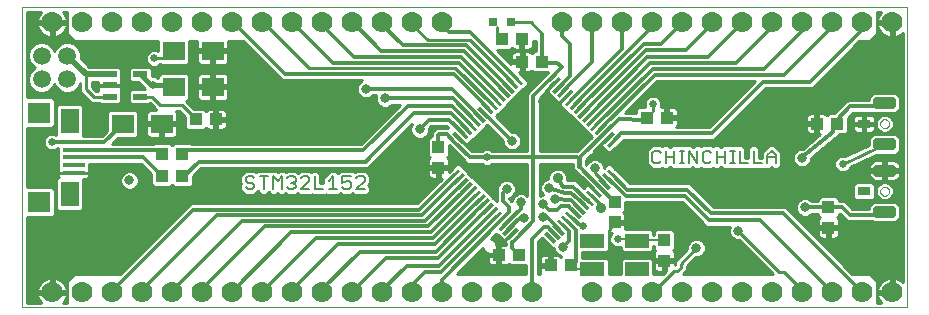
<source format=gtl>
G75*
%MOIN*%
%OFA0B0*%
%FSLAX24Y24*%
%IPPOS*%
%LPD*%
%AMOC8*
5,1,8,0,0,1.08239X$1,22.5*
%
%ADD10C,0.0000*%
%ADD11C,0.0080*%
%ADD12R,0.0748X0.0138*%
%ADD13R,0.0748X0.0709*%
%ADD14R,0.0630X0.0827*%
%ADD15R,0.0433X0.0394*%
%ADD16C,0.0594*%
%ADD17R,0.0748X0.0630*%
%ADD18R,0.0394X0.0433*%
%ADD19R,0.0472X0.0217*%
%ADD20C,0.0700*%
%ADD21C,0.0197*%
%ADD22R,0.0433X0.0315*%
%ADD23R,0.0787X0.0472*%
%ADD24R,0.0315X0.0315*%
%ADD25R,0.0472X0.0118*%
%ADD26C,0.0120*%
%ADD27C,0.0100*%
%ADD28C,0.0250*%
%ADD29C,0.0160*%
%ADD30C,0.0200*%
%ADD31C,0.0317*%
%ADD32C,0.0356*%
D10*
X001680Y001485D02*
X001680Y011485D01*
X031180Y011485D01*
X031180Y001485D01*
X001680Y001485D01*
X030280Y005360D02*
X030282Y005384D01*
X030288Y005408D01*
X030297Y005430D01*
X030310Y005450D01*
X030326Y005468D01*
X030345Y005483D01*
X030366Y005496D01*
X030388Y005504D01*
X030412Y005509D01*
X030436Y005510D01*
X030460Y005507D01*
X030483Y005500D01*
X030505Y005490D01*
X030525Y005476D01*
X030542Y005459D01*
X030557Y005440D01*
X030568Y005419D01*
X030576Y005396D01*
X030580Y005372D01*
X030580Y005348D01*
X030576Y005324D01*
X030568Y005301D01*
X030557Y005280D01*
X030542Y005261D01*
X030525Y005244D01*
X030505Y005230D01*
X030483Y005220D01*
X030460Y005213D01*
X030436Y005210D01*
X030412Y005211D01*
X030388Y005216D01*
X030366Y005224D01*
X030345Y005237D01*
X030326Y005252D01*
X030310Y005270D01*
X030297Y005290D01*
X030288Y005312D01*
X030282Y005336D01*
X030280Y005360D01*
X030280Y007610D02*
X030282Y007634D01*
X030288Y007658D01*
X030297Y007680D01*
X030310Y007700D01*
X030326Y007718D01*
X030345Y007733D01*
X030366Y007746D01*
X030388Y007754D01*
X030412Y007759D01*
X030436Y007760D01*
X030460Y007757D01*
X030483Y007750D01*
X030505Y007740D01*
X030525Y007726D01*
X030542Y007709D01*
X030557Y007690D01*
X030568Y007669D01*
X030576Y007646D01*
X030580Y007622D01*
X030580Y007598D01*
X030576Y007574D01*
X030568Y007551D01*
X030557Y007530D01*
X030542Y007511D01*
X030525Y007494D01*
X030505Y007480D01*
X030483Y007470D01*
X030460Y007463D01*
X030436Y007460D01*
X030412Y007461D01*
X030388Y007466D01*
X030366Y007474D01*
X030345Y007487D01*
X030326Y007502D01*
X030310Y007520D01*
X030297Y007540D01*
X030288Y007562D01*
X030282Y007586D01*
X030280Y007610D01*
D11*
X026799Y006568D02*
X026799Y006288D01*
X026519Y006288D02*
X026519Y006568D01*
X026659Y006708D01*
X026799Y006568D01*
X026799Y006498D02*
X026519Y006498D01*
X026059Y006708D02*
X026059Y006288D01*
X026339Y006288D01*
X025879Y006288D02*
X025598Y006288D01*
X025598Y006708D01*
X025432Y006708D02*
X025291Y006708D01*
X025361Y006708D02*
X025361Y006288D01*
X025291Y006288D02*
X025432Y006288D01*
X025111Y006288D02*
X025111Y006708D01*
X025111Y006498D02*
X024831Y006498D01*
X024831Y006288D02*
X024831Y006708D01*
X024651Y006638D02*
X024581Y006708D01*
X024441Y006708D01*
X024371Y006638D01*
X024371Y006358D01*
X024441Y006288D01*
X024581Y006288D01*
X024651Y006358D01*
X024190Y006288D02*
X024190Y006708D01*
X023910Y006708D02*
X024190Y006288D01*
X023910Y006288D02*
X023910Y006708D01*
X023743Y006708D02*
X023603Y006708D01*
X023673Y006708D02*
X023673Y006288D01*
X023603Y006288D02*
X023743Y006288D01*
X023423Y006288D02*
X023423Y006708D01*
X023423Y006498D02*
X023143Y006498D01*
X023143Y006288D02*
X023143Y006708D01*
X022963Y006638D02*
X022893Y006708D01*
X022753Y006708D01*
X022683Y006638D01*
X022683Y006358D01*
X022753Y006288D01*
X022893Y006288D01*
X022963Y006358D01*
X020380Y004185D02*
X020216Y004253D01*
X020130Y004061D02*
X020130Y002992D01*
X020130Y002763D01*
X020682Y002763D01*
X020468Y002763D01*
X021530Y003773D02*
X022191Y003773D01*
X022178Y003708D01*
X022178Y003720D01*
X023080Y003720D01*
X013096Y005438D02*
X012816Y005438D01*
X013096Y005718D01*
X013096Y005788D01*
X013026Y005858D01*
X012886Y005858D01*
X012816Y005788D01*
X012635Y005858D02*
X012355Y005858D01*
X012355Y005648D01*
X012495Y005718D01*
X012565Y005718D01*
X012635Y005648D01*
X012635Y005508D01*
X012565Y005438D01*
X012425Y005438D01*
X012355Y005508D01*
X012175Y005438D02*
X011895Y005438D01*
X012035Y005438D02*
X012035Y005858D01*
X011895Y005718D01*
X011434Y005858D02*
X011434Y005438D01*
X011715Y005438D01*
X011254Y005438D02*
X010974Y005438D01*
X011254Y005718D01*
X011254Y005788D01*
X011184Y005858D01*
X011044Y005858D01*
X010974Y005788D01*
X010794Y005788D02*
X010794Y005718D01*
X010724Y005648D01*
X010794Y005578D01*
X010794Y005508D01*
X010724Y005438D01*
X010584Y005438D01*
X010514Y005508D01*
X010334Y005438D02*
X010334Y005858D01*
X010193Y005718D01*
X010053Y005858D01*
X010053Y005438D01*
X009733Y005438D02*
X009733Y005858D01*
X009593Y005858D02*
X009873Y005858D01*
X009413Y005788D02*
X009343Y005858D01*
X009203Y005858D01*
X009133Y005788D01*
X009133Y005718D01*
X009203Y005648D01*
X009343Y005648D01*
X009413Y005578D01*
X009413Y005508D01*
X009343Y005438D01*
X009203Y005438D01*
X009133Y005508D01*
X010514Y005788D02*
X010584Y005858D01*
X010724Y005858D01*
X010794Y005788D01*
X010724Y005648D02*
X010654Y005648D01*
D12*
X003397Y005973D03*
X003397Y006229D03*
X003397Y006485D03*
X003397Y006741D03*
X003397Y006997D03*
D13*
X002255Y007981D03*
X002255Y004989D03*
D14*
X003259Y005265D03*
X003259Y007706D03*
D15*
X006345Y006610D03*
X007015Y006610D03*
X007015Y005860D03*
X006345Y005860D03*
X007470Y007760D03*
X008140Y007760D03*
X017670Y010423D03*
X018340Y010423D03*
X018345Y009673D03*
X019015Y009673D03*
X022496Y007816D03*
X023165Y007816D03*
X028170Y007610D03*
X028840Y007610D03*
X019965Y002885D03*
X019295Y002885D03*
X018240Y003235D03*
X017570Y003235D03*
D16*
X003180Y009092D03*
X002330Y009092D03*
X002330Y009879D03*
X003180Y009879D03*
D17*
X006730Y010035D03*
X008030Y010035D03*
X008030Y008835D03*
X006730Y008835D03*
X006330Y007610D03*
X005030Y007610D03*
D18*
X015555Y006820D03*
X015555Y006151D03*
X021430Y004995D03*
X021430Y004326D03*
X023080Y003720D03*
X023080Y003051D03*
X028555Y004151D03*
X028555Y004820D03*
D19*
X005617Y008511D03*
X004593Y008511D03*
X004593Y008885D03*
X004593Y009259D03*
X005617Y009259D03*
D20*
X005680Y010985D03*
X004680Y010985D03*
X003680Y010985D03*
X002680Y010985D03*
X006680Y010985D03*
X007668Y010985D03*
X008680Y010985D03*
X009680Y010985D03*
X010680Y010985D03*
X011680Y010985D03*
X012680Y010985D03*
X013680Y010985D03*
X014680Y010985D03*
X015680Y010985D03*
X019680Y010985D03*
X020680Y010985D03*
X021680Y010985D03*
X022680Y010985D03*
X023680Y010985D03*
X024680Y010985D03*
X025680Y010985D03*
X026680Y010985D03*
X027680Y010985D03*
X028680Y010985D03*
X029680Y010985D03*
X030680Y010985D03*
X030680Y001985D03*
X029680Y001985D03*
X028680Y001985D03*
X027680Y001985D03*
X026680Y001985D03*
X025680Y001985D03*
X024680Y001985D03*
X023680Y001985D03*
X022682Y001987D03*
X021680Y001985D03*
X020680Y001985D03*
X018680Y001985D03*
X017680Y001985D03*
X016680Y001985D03*
X015680Y001985D03*
X014680Y001985D03*
X013680Y001985D03*
X012680Y001985D03*
X011680Y001985D03*
X010680Y001985D03*
X009680Y001985D03*
X008680Y001985D03*
X007680Y001985D03*
X006680Y001985D03*
X005680Y001985D03*
X004680Y001985D03*
X003680Y001985D03*
X002680Y001985D03*
D21*
X030154Y004770D02*
X030706Y004770D01*
X030706Y004572D01*
X030154Y004572D01*
X030154Y004770D01*
X030154Y004768D02*
X030706Y004768D01*
X030706Y006148D02*
X030154Y006148D01*
X030706Y006148D02*
X030706Y005950D01*
X030154Y005950D01*
X030154Y006148D01*
X030154Y006146D02*
X030706Y006146D01*
X030706Y007020D02*
X030154Y007020D01*
X030706Y007020D02*
X030706Y006822D01*
X030154Y006822D01*
X030154Y007020D01*
X030154Y007018D02*
X030706Y007018D01*
X030706Y008398D02*
X030154Y008398D01*
X030706Y008398D02*
X030706Y008200D01*
X030154Y008200D01*
X030154Y008398D01*
X030154Y008396D02*
X030706Y008396D01*
D22*
X029741Y007610D03*
X029741Y005360D03*
D23*
X022178Y003708D03*
X020682Y003708D03*
X020682Y002763D03*
X022178Y002763D03*
D24*
X017975Y010985D03*
X017385Y010985D03*
D25*
G36*
X018295Y008894D02*
X017962Y009227D01*
X018045Y009310D01*
X018378Y008977D01*
X018295Y008894D01*
G37*
G36*
X018156Y008755D02*
X017823Y009088D01*
X017906Y009171D01*
X018239Y008838D01*
X018156Y008755D01*
G37*
G36*
X018017Y008616D02*
X017684Y008949D01*
X017767Y009032D01*
X018100Y008699D01*
X018017Y008616D01*
G37*
G36*
X017878Y008477D02*
X017545Y008810D01*
X017628Y008893D01*
X017961Y008560D01*
X017878Y008477D01*
G37*
G36*
X017739Y008338D02*
X017406Y008671D01*
X017489Y008754D01*
X017822Y008421D01*
X017739Y008338D01*
G37*
G36*
X017599Y008198D02*
X017266Y008531D01*
X017349Y008614D01*
X017682Y008281D01*
X017599Y008198D01*
G37*
G36*
X017460Y008059D02*
X017127Y008392D01*
X017210Y008475D01*
X017543Y008142D01*
X017460Y008059D01*
G37*
G36*
X017321Y007920D02*
X016988Y008253D01*
X017071Y008336D01*
X017404Y008003D01*
X017321Y007920D01*
G37*
G36*
X017182Y007781D02*
X016849Y008114D01*
X016932Y008197D01*
X017265Y007864D01*
X017182Y007781D01*
G37*
G36*
X017043Y007642D02*
X016710Y007975D01*
X016793Y008058D01*
X017126Y007725D01*
X017043Y007642D01*
G37*
G36*
X016903Y007502D02*
X016570Y007835D01*
X016653Y007918D01*
X016986Y007585D01*
X016903Y007502D01*
G37*
G36*
X016764Y007363D02*
X016431Y007696D01*
X016514Y007779D01*
X016847Y007446D01*
X016764Y007363D01*
G37*
G36*
X016625Y007224D02*
X016292Y007557D01*
X016375Y007640D01*
X016708Y007307D01*
X016625Y007224D01*
G37*
G36*
X016486Y007085D02*
X016153Y007418D01*
X016236Y007501D01*
X016569Y007168D01*
X016486Y007085D01*
G37*
G36*
X016347Y006946D02*
X016014Y007279D01*
X016097Y007362D01*
X016430Y007029D01*
X016347Y006946D01*
G37*
G36*
X016207Y006806D02*
X015874Y007139D01*
X015957Y007222D01*
X016290Y006889D01*
X016207Y006806D01*
G37*
G36*
X016290Y006026D02*
X015957Y005693D01*
X015874Y005776D01*
X016207Y006109D01*
X016290Y006026D01*
G37*
G36*
X016430Y005887D02*
X016097Y005554D01*
X016014Y005637D01*
X016347Y005970D01*
X016430Y005887D01*
G37*
G36*
X016569Y005748D02*
X016236Y005415D01*
X016153Y005498D01*
X016486Y005831D01*
X016569Y005748D01*
G37*
G36*
X016708Y005608D02*
X016375Y005275D01*
X016292Y005358D01*
X016625Y005691D01*
X016708Y005608D01*
G37*
G36*
X016847Y005469D02*
X016514Y005136D01*
X016431Y005219D01*
X016764Y005552D01*
X016847Y005469D01*
G37*
G36*
X016986Y005330D02*
X016653Y004997D01*
X016570Y005080D01*
X016903Y005413D01*
X016986Y005330D01*
G37*
G36*
X017126Y005191D02*
X016793Y004858D01*
X016710Y004941D01*
X017043Y005274D01*
X017126Y005191D01*
G37*
G36*
X017265Y005052D02*
X016932Y004719D01*
X016849Y004802D01*
X017182Y005135D01*
X017265Y005052D01*
G37*
G36*
X017404Y004912D02*
X017071Y004579D01*
X016988Y004662D01*
X017321Y004995D01*
X017404Y004912D01*
G37*
G36*
X017543Y004773D02*
X017210Y004440D01*
X017127Y004523D01*
X017460Y004856D01*
X017543Y004773D01*
G37*
G36*
X017682Y004634D02*
X017349Y004301D01*
X017266Y004384D01*
X017599Y004717D01*
X017682Y004634D01*
G37*
G36*
X017822Y004495D02*
X017489Y004162D01*
X017406Y004245D01*
X017739Y004578D01*
X017822Y004495D01*
G37*
G36*
X017961Y004356D02*
X017628Y004023D01*
X017545Y004106D01*
X017878Y004439D01*
X017961Y004356D01*
G37*
G36*
X018100Y004216D02*
X017767Y003883D01*
X017684Y003966D01*
X018017Y004299D01*
X018100Y004216D01*
G37*
G36*
X018239Y004077D02*
X017906Y003744D01*
X017823Y003827D01*
X018156Y004160D01*
X018239Y004077D01*
G37*
G36*
X018378Y003938D02*
X018045Y003605D01*
X017962Y003688D01*
X018295Y004021D01*
X018378Y003938D01*
G37*
G36*
X019159Y004021D02*
X019492Y003688D01*
X019409Y003605D01*
X019076Y003938D01*
X019159Y004021D01*
G37*
G36*
X019298Y004160D02*
X019631Y003827D01*
X019548Y003744D01*
X019215Y004077D01*
X019298Y004160D01*
G37*
G36*
X019437Y004299D02*
X019770Y003966D01*
X019687Y003883D01*
X019354Y004216D01*
X019437Y004299D01*
G37*
G36*
X019577Y004439D02*
X019910Y004106D01*
X019827Y004023D01*
X019494Y004356D01*
X019577Y004439D01*
G37*
G36*
X019716Y004578D02*
X020049Y004245D01*
X019966Y004162D01*
X019633Y004495D01*
X019716Y004578D01*
G37*
G36*
X019855Y004717D02*
X020188Y004384D01*
X020105Y004301D01*
X019772Y004634D01*
X019855Y004717D01*
G37*
G36*
X019994Y004856D02*
X020327Y004523D01*
X020244Y004440D01*
X019911Y004773D01*
X019994Y004856D01*
G37*
G36*
X020133Y004995D02*
X020466Y004662D01*
X020383Y004579D01*
X020050Y004912D01*
X020133Y004995D01*
G37*
G36*
X020272Y005135D02*
X020605Y004802D01*
X020522Y004719D01*
X020189Y005052D01*
X020272Y005135D01*
G37*
G36*
X020412Y005274D02*
X020745Y004941D01*
X020662Y004858D01*
X020329Y005191D01*
X020412Y005274D01*
G37*
G36*
X020551Y005413D02*
X020884Y005080D01*
X020801Y004997D01*
X020468Y005330D01*
X020551Y005413D01*
G37*
G36*
X020690Y005552D02*
X021023Y005219D01*
X020940Y005136D01*
X020607Y005469D01*
X020690Y005552D01*
G37*
G36*
X020829Y005691D02*
X021162Y005358D01*
X021079Y005275D01*
X020746Y005608D01*
X020829Y005691D01*
G37*
G36*
X020968Y005831D02*
X021301Y005498D01*
X021218Y005415D01*
X020885Y005748D01*
X020968Y005831D01*
G37*
G36*
X021108Y005970D02*
X021441Y005637D01*
X021358Y005554D01*
X021025Y005887D01*
X021108Y005970D01*
G37*
G36*
X021247Y006109D02*
X021580Y005776D01*
X021497Y005693D01*
X021164Y006026D01*
X021247Y006109D01*
G37*
G36*
X021164Y006889D02*
X021497Y007222D01*
X021580Y007139D01*
X021247Y006806D01*
X021164Y006889D01*
G37*
G36*
X021025Y007029D02*
X021358Y007362D01*
X021441Y007279D01*
X021108Y006946D01*
X021025Y007029D01*
G37*
G36*
X020885Y007168D02*
X021218Y007501D01*
X021301Y007418D01*
X020968Y007085D01*
X020885Y007168D01*
G37*
G36*
X020746Y007307D02*
X021079Y007640D01*
X021162Y007557D01*
X020829Y007224D01*
X020746Y007307D01*
G37*
G36*
X020607Y007446D02*
X020940Y007779D01*
X021023Y007696D01*
X020690Y007363D01*
X020607Y007446D01*
G37*
G36*
X020468Y007585D02*
X020801Y007918D01*
X020884Y007835D01*
X020551Y007502D01*
X020468Y007585D01*
G37*
G36*
X020329Y007725D02*
X020662Y008058D01*
X020745Y007975D01*
X020412Y007642D01*
X020329Y007725D01*
G37*
G36*
X020189Y007864D02*
X020522Y008197D01*
X020605Y008114D01*
X020272Y007781D01*
X020189Y007864D01*
G37*
G36*
X020050Y008003D02*
X020383Y008336D01*
X020466Y008253D01*
X020133Y007920D01*
X020050Y008003D01*
G37*
G36*
X019911Y008142D02*
X020244Y008475D01*
X020327Y008392D01*
X019994Y008059D01*
X019911Y008142D01*
G37*
G36*
X019772Y008281D02*
X020105Y008614D01*
X020188Y008531D01*
X019855Y008198D01*
X019772Y008281D01*
G37*
G36*
X019633Y008421D02*
X019966Y008754D01*
X020049Y008671D01*
X019716Y008338D01*
X019633Y008421D01*
G37*
G36*
X019494Y008560D02*
X019827Y008893D01*
X019910Y008810D01*
X019577Y008477D01*
X019494Y008560D01*
G37*
G36*
X019354Y008699D02*
X019687Y009032D01*
X019770Y008949D01*
X019437Y008616D01*
X019354Y008699D01*
G37*
G36*
X019215Y008838D02*
X019548Y009171D01*
X019631Y009088D01*
X019298Y008755D01*
X019215Y008838D01*
G37*
G36*
X019076Y008977D02*
X019409Y009310D01*
X019492Y009227D01*
X019159Y008894D01*
X019076Y008977D01*
G37*
D26*
X019259Y009062D02*
X019259Y009078D01*
X019284Y009102D01*
X019284Y009092D01*
X018720Y008528D01*
X018720Y006498D01*
X018720Y004363D01*
X018170Y003813D01*
X018031Y003952D02*
X017764Y003685D01*
X017730Y003685D01*
X017555Y003510D01*
X017555Y003210D01*
X018014Y003461D02*
X018014Y003659D01*
X018014Y003461D02*
X018240Y003235D01*
X018680Y003781D02*
X018680Y001985D01*
X019965Y002885D02*
X020023Y002885D01*
X020130Y002992D01*
X020130Y004081D01*
X019841Y004370D01*
X019980Y004509D02*
X020304Y004185D01*
X020380Y004185D01*
X019905Y004027D02*
X019905Y003710D01*
X019718Y003510D01*
X019423Y003952D02*
X019196Y004179D01*
X019078Y004179D01*
X018680Y003781D01*
X018261Y004460D02*
X017892Y004091D01*
X017753Y004231D02*
X018293Y004783D01*
X018305Y004985D01*
X017905Y004835D02*
X017905Y004661D01*
X017614Y004370D01*
X015680Y002399D01*
X015680Y001985D01*
X015680Y002035D01*
X015105Y002660D02*
X014680Y002235D01*
X014680Y001985D01*
X014680Y002010D01*
X014493Y002873D02*
X013680Y002060D01*
X013680Y001985D01*
X012680Y002010D02*
X012680Y001985D01*
X012680Y002010D02*
X013793Y003123D01*
X015556Y003123D01*
X017196Y004787D01*
X017335Y004648D02*
X015585Y002873D01*
X014493Y002873D01*
X015105Y002660D02*
X015651Y002660D01*
X017474Y004509D01*
X017905Y004835D02*
X017705Y005035D01*
X017705Y005310D01*
X017830Y005435D01*
X017057Y004927D02*
X015478Y003348D01*
X012930Y003348D01*
X011680Y002098D01*
X011680Y001985D01*
X011680Y001998D01*
X010680Y001985D02*
X010680Y002060D01*
X012218Y003598D01*
X015450Y003598D01*
X016918Y005066D01*
X016778Y005205D02*
X015371Y003798D01*
X011468Y003798D01*
X009680Y002010D01*
X009680Y001985D01*
X008680Y001985D02*
X008680Y002010D01*
X010655Y003985D01*
X015293Y003985D01*
X016639Y005344D01*
X016500Y005483D02*
X015214Y004185D01*
X009768Y004185D01*
X007680Y002098D01*
X007680Y001985D01*
X006680Y001985D02*
X006680Y002048D01*
X009005Y004373D01*
X015124Y004373D01*
X016361Y005623D01*
X016222Y005762D02*
X015020Y004560D01*
X008168Y004560D01*
X005680Y002073D01*
X005680Y001985D01*
X004705Y001985D02*
X004705Y002073D01*
X007380Y004748D01*
X014917Y004748D01*
X016082Y005901D01*
X016612Y006485D02*
X017180Y006485D01*
X020147Y006485D01*
X020274Y006484D01*
X020283Y006512D01*
X020270Y006167D01*
X020254Y006183D01*
X020254Y006461D01*
X020249Y006466D01*
X020249Y006472D01*
X021070Y007293D01*
X021093Y007293D01*
X021018Y007217D01*
X021018Y007209D01*
X021233Y007154D02*
X020780Y006701D01*
X020780Y006660D01*
X020283Y006512D02*
X021577Y007756D01*
X022454Y007749D01*
X022496Y007816D01*
X021643Y007286D02*
X024665Y007286D01*
X026386Y009006D01*
X027939Y009006D01*
X029680Y010747D01*
X029680Y010985D01*
X028680Y010985D02*
X028680Y010828D01*
X027092Y009241D01*
X022763Y009241D01*
X020954Y007432D01*
X020815Y007571D02*
X022695Y009451D01*
X026414Y009451D01*
X027680Y010717D01*
X027680Y010985D01*
X027680Y010831D01*
X026680Y010845D02*
X026680Y010985D01*
X026680Y010845D02*
X025474Y009639D01*
X022605Y009639D01*
X020676Y007710D01*
X020537Y007850D02*
X022520Y009833D01*
X024557Y009833D01*
X025680Y010956D01*
X025680Y010985D01*
X024680Y010985D02*
X024680Y010930D01*
X023805Y010055D01*
X022464Y010055D01*
X020397Y007989D01*
X020258Y008128D02*
X022414Y010283D01*
X022991Y010283D01*
X023680Y010973D01*
X023680Y010985D01*
X022680Y010985D02*
X022680Y010828D01*
X020119Y008267D01*
X019980Y008406D02*
X021680Y010107D01*
X021680Y010985D01*
X020680Y010985D02*
X020680Y009663D01*
X019702Y008685D01*
X019841Y008546D02*
X019538Y008243D01*
X019499Y008243D01*
X019467Y008211D01*
X019467Y007932D01*
X018971Y008448D02*
X019423Y008963D01*
X019562Y008824D02*
X019949Y009210D01*
X019949Y010266D01*
X019680Y010535D01*
X019680Y010985D01*
X019015Y010601D02*
X019015Y009673D01*
X019052Y009773D01*
X019052Y009818D01*
X019223Y009647D01*
X019503Y009647D01*
X019662Y009489D01*
X019649Y009477D01*
X019448Y009276D01*
X019433Y009251D01*
X019284Y009102D01*
X018170Y009102D02*
X016607Y010666D01*
X015898Y010666D01*
X015680Y010884D01*
X015680Y010985D01*
X016491Y010225D02*
X014373Y010225D01*
X013680Y010918D01*
X013680Y010985D01*
X013652Y010027D02*
X012694Y010985D01*
X012680Y010985D01*
X011680Y010985D02*
X011680Y010908D01*
X012752Y009836D01*
X016323Y009836D01*
X017614Y008546D01*
X017753Y008685D02*
X016404Y010034D01*
X016007Y010034D01*
X016000Y010027D01*
X013652Y010027D01*
X012037Y009638D02*
X010690Y010985D01*
X010680Y010985D01*
X009707Y010985D02*
X009680Y010985D01*
X008716Y010985D02*
X008680Y010985D01*
X008716Y010985D02*
X010438Y009263D01*
X015712Y009263D01*
X015713Y009261D01*
X016063Y009261D01*
X017196Y008128D01*
X017069Y007983D02*
X017057Y007989D01*
X017069Y007983D02*
X018005Y007035D01*
X016829Y006696D02*
X016679Y006696D01*
X016222Y007154D01*
X016361Y007293D02*
X015906Y007748D01*
X015237Y007748D01*
X014933Y007443D01*
X014933Y007423D01*
X015555Y007250D02*
X015555Y006820D01*
X015838Y007259D02*
X016082Y007014D01*
X016612Y006485D01*
X015838Y007259D02*
X015563Y007259D01*
X015555Y007250D01*
X015963Y007970D02*
X016500Y007432D01*
X016639Y007571D02*
X016639Y007573D01*
X016014Y008198D01*
X014528Y008198D01*
X013055Y006726D01*
X007130Y006726D01*
X007015Y006610D01*
X007568Y006350D02*
X013128Y006350D01*
X013265Y006487D01*
X013269Y006487D01*
X014752Y007970D01*
X015963Y007970D01*
X016070Y008419D02*
X016778Y007710D01*
X016753Y007736D01*
X016905Y007860D02*
X016018Y008773D01*
X013143Y008773D01*
X013780Y008453D02*
X016045Y008453D01*
X016070Y008419D01*
X016905Y007860D02*
X016918Y007850D01*
X017335Y008267D02*
X016131Y009447D01*
X016243Y009638D02*
X012037Y009638D01*
X016243Y009638D02*
X017474Y008406D01*
X017892Y008824D02*
X016491Y010225D01*
X018991Y009745D02*
X019001Y009735D01*
X019015Y009673D01*
X021643Y007286D02*
X021372Y007014D01*
X020270Y006167D02*
X020954Y005483D01*
X021430Y005008D01*
X021430Y004995D01*
X020955Y004926D02*
X020980Y004810D01*
X020955Y004926D02*
X020676Y005205D01*
X020815Y005344D02*
X020374Y005785D01*
X020155Y005785D01*
X020153Y005783D01*
X019957Y005958D01*
X019530Y005785D02*
X019705Y005510D01*
X020055Y005510D01*
X020575Y005016D01*
X020537Y005066D01*
X020397Y004927D02*
X019983Y005316D01*
X019763Y005303D01*
X019255Y005460D01*
X019443Y005085D02*
X019960Y005073D01*
X020258Y004787D01*
X020119Y004648D02*
X019957Y004810D01*
X019955Y004810D01*
X019905Y004860D01*
X019630Y004860D01*
X019505Y004735D01*
X019255Y004735D01*
X019055Y004935D01*
X019030Y004485D02*
X019168Y004485D01*
X019562Y004091D01*
X019702Y004231D02*
X019905Y004027D01*
X018718Y004361D02*
X018718Y004369D01*
X018418Y004473D02*
X018261Y004460D01*
X021430Y004326D02*
X021447Y004326D01*
X021475Y004297D01*
X021803Y005210D02*
X023770Y005210D01*
X024570Y004386D01*
X026280Y004386D01*
X028680Y001985D01*
X029680Y001985D02*
X027044Y004622D01*
X024648Y004622D01*
X023852Y005418D01*
X021858Y005418D01*
X021375Y005901D01*
X021372Y005901D01*
X021239Y005762D02*
X021803Y005210D01*
X021239Y005762D02*
X021233Y005762D01*
X027668Y006473D02*
X027668Y006485D01*
X028705Y007335D01*
X028705Y007476D01*
X028840Y007610D01*
X028840Y007745D01*
X029280Y008185D01*
X030316Y008185D01*
X030430Y008299D01*
X029018Y004820D02*
X028555Y004820D01*
X028549Y004813D01*
X028549Y004759D01*
X028485Y004823D01*
X027768Y004823D01*
X029018Y004820D02*
X029266Y004572D01*
X030331Y004572D01*
X030430Y004671D01*
X022682Y001987D02*
X022682Y001987D01*
X007568Y006350D02*
X007079Y005860D01*
X007015Y005860D01*
X006345Y005860D02*
X005720Y006485D01*
X003397Y006485D01*
X003397Y006741D02*
X006214Y006741D01*
X006345Y006610D01*
X005030Y007610D02*
X004417Y006997D01*
X003397Y006997D01*
X002680Y006997D01*
D27*
X002484Y006804D02*
X001830Y006804D01*
X001830Y006706D02*
X002873Y006706D01*
X002836Y006764D02*
X002859Y006787D01*
X002873Y006787D01*
X002873Y006098D01*
X002880Y006091D01*
X002873Y006062D01*
X002873Y005973D01*
X002873Y005885D01*
X002883Y005847D01*
X002894Y005828D01*
X002882Y005828D01*
X002794Y005740D01*
X002794Y004789D01*
X002882Y004701D01*
X003636Y004701D01*
X003724Y004789D01*
X003724Y005740D01*
X003710Y005755D01*
X003790Y005755D01*
X003829Y005765D01*
X003863Y005785D01*
X003891Y005812D01*
X003911Y005847D01*
X003921Y005885D01*
X003921Y005973D01*
X003397Y005973D01*
X003397Y005973D01*
X003921Y005973D01*
X003921Y006062D01*
X003913Y006091D01*
X003921Y006098D01*
X003921Y006275D01*
X005633Y006275D01*
X005979Y005930D01*
X005979Y005601D01*
X006067Y005513D01*
X006624Y005513D01*
X006680Y005569D01*
X006736Y005513D01*
X007293Y005513D01*
X007381Y005601D01*
X007381Y005866D01*
X007655Y006140D01*
X013215Y006140D01*
X013352Y006277D01*
X013356Y006277D01*
X013479Y006400D01*
X014667Y007587D01*
X014624Y007485D01*
X014624Y007362D01*
X014671Y007249D01*
X014758Y007162D01*
X014871Y007115D01*
X014994Y007115D01*
X015107Y007162D01*
X015194Y007249D01*
X015241Y007362D01*
X015241Y007455D01*
X015324Y007538D01*
X015819Y007538D01*
X015888Y007469D01*
X015476Y007469D01*
X015468Y007460D01*
X015345Y007337D01*
X015345Y007186D01*
X015296Y007186D01*
X015208Y007099D01*
X015208Y006541D01*
X015264Y006485D01*
X015238Y006459D01*
X015218Y006425D01*
X015208Y006387D01*
X015208Y006199D01*
X015507Y006199D01*
X015507Y006102D01*
X015603Y006102D01*
X015603Y005784D01*
X015666Y005784D01*
X014830Y004958D01*
X007293Y004958D01*
X007170Y004835D01*
X004946Y002610D01*
X003430Y002610D01*
X003180Y002360D01*
X003180Y001635D01*
X003037Y001635D01*
X003061Y001660D01*
X003108Y001723D01*
X003143Y001793D01*
X003168Y001868D01*
X003178Y001935D01*
X002730Y001935D01*
X002730Y002035D01*
X003178Y002035D01*
X003168Y002102D01*
X003143Y002177D01*
X003108Y002247D01*
X003061Y002311D01*
X003006Y002367D01*
X002942Y002413D01*
X002872Y002449D01*
X002797Y002473D01*
X002730Y002484D01*
X002730Y002035D01*
X002630Y002035D01*
X002630Y001935D01*
X002182Y001935D01*
X002192Y001868D01*
X002217Y001793D01*
X002252Y001723D01*
X002299Y001660D01*
X002323Y001635D01*
X001830Y001635D01*
X001830Y004485D01*
X002691Y004485D01*
X002779Y004573D01*
X002779Y005406D01*
X002691Y005494D01*
X001830Y005494D01*
X001830Y007477D01*
X002691Y007477D01*
X002779Y007565D01*
X002779Y008398D01*
X002691Y008486D01*
X001830Y008486D01*
X001830Y011335D01*
X002323Y011335D01*
X002299Y011311D01*
X002252Y011247D01*
X002217Y011177D01*
X002192Y011102D01*
X002182Y011035D01*
X002630Y011035D01*
X002630Y010935D01*
X002730Y010935D01*
X002730Y010487D01*
X002797Y010498D01*
X002872Y010522D01*
X002942Y010558D01*
X003006Y010604D01*
X003061Y010660D01*
X003108Y010723D01*
X003143Y010793D01*
X003168Y010868D01*
X003178Y010935D01*
X002730Y010935D01*
X002730Y011035D01*
X003178Y011035D01*
X003168Y011102D01*
X003143Y011177D01*
X003108Y011247D01*
X003061Y011311D01*
X003037Y011335D01*
X003180Y011335D01*
X003180Y010610D01*
X003430Y010360D01*
X006206Y010360D01*
X006206Y010031D01*
X006135Y010060D01*
X006025Y010060D01*
X005924Y010018D01*
X005847Y009941D01*
X005805Y009840D01*
X005805Y009731D01*
X005847Y009629D01*
X005924Y009552D01*
X006025Y009510D01*
X006135Y009510D01*
X006236Y009552D01*
X006269Y009585D01*
X006279Y009585D01*
X006294Y009570D01*
X006783Y009570D01*
X006784Y009570D01*
X006785Y009570D01*
X007167Y009570D01*
X007254Y009658D01*
X007254Y010360D01*
X007506Y010360D01*
X007506Y010085D01*
X007980Y010085D01*
X007980Y009985D01*
X008080Y009985D01*
X008080Y010085D01*
X008554Y010085D01*
X008554Y010360D01*
X009044Y010360D01*
X010351Y009053D01*
X013013Y009053D01*
X012968Y009034D01*
X012881Y008947D01*
X012834Y008834D01*
X012834Y008711D01*
X012881Y008598D01*
X012968Y008511D01*
X013081Y008464D01*
X013204Y008464D01*
X013317Y008511D01*
X013369Y008563D01*
X013492Y008563D01*
X013472Y008515D01*
X013472Y008392D01*
X013519Y008279D01*
X013605Y008192D01*
X013719Y008145D01*
X013841Y008145D01*
X013955Y008192D01*
X014006Y008243D01*
X014276Y008243D01*
X012968Y006936D01*
X007315Y006936D01*
X007293Y006957D01*
X006736Y006957D01*
X006680Y006901D01*
X006624Y006957D01*
X006067Y006957D01*
X006061Y006951D01*
X004668Y006951D01*
X004862Y007145D01*
X005467Y007145D01*
X005554Y007233D01*
X005554Y007987D01*
X005467Y008075D01*
X004594Y008075D01*
X004506Y007987D01*
X004506Y007383D01*
X004330Y007207D01*
X003842Y007207D01*
X003833Y007216D01*
X003710Y007216D01*
X003724Y007230D01*
X003724Y008181D01*
X003636Y008269D01*
X002882Y008269D01*
X002794Y008181D01*
X002794Y007248D01*
X002735Y007272D01*
X002625Y007272D01*
X002524Y007230D01*
X002447Y007153D01*
X002405Y007052D01*
X002405Y006942D01*
X002447Y006841D01*
X002524Y006764D01*
X002625Y006722D01*
X002735Y006722D01*
X002836Y006764D01*
X002873Y006607D02*
X001830Y006607D01*
X001830Y006509D02*
X002873Y006509D01*
X002873Y006410D02*
X001830Y006410D01*
X001830Y006312D02*
X002873Y006312D01*
X002873Y006213D02*
X001830Y006213D01*
X001830Y006115D02*
X002873Y006115D01*
X002873Y006016D02*
X001830Y006016D01*
X001830Y005918D02*
X002873Y005918D01*
X002873Y005973D02*
X003397Y005973D01*
X003397Y005973D01*
X002873Y005973D01*
X002873Y005819D02*
X001830Y005819D01*
X001830Y005721D02*
X002794Y005721D01*
X002794Y005622D02*
X001830Y005622D01*
X001830Y005524D02*
X002794Y005524D01*
X002794Y005425D02*
X002759Y005425D01*
X002779Y005327D02*
X002794Y005327D01*
X002794Y005228D02*
X002779Y005228D01*
X002779Y005130D02*
X002794Y005130D01*
X002794Y005031D02*
X002779Y005031D01*
X002779Y004933D02*
X002794Y004933D01*
X002794Y004834D02*
X002779Y004834D01*
X002779Y004736D02*
X002847Y004736D01*
X002779Y004637D02*
X006973Y004637D01*
X007071Y004736D02*
X003670Y004736D01*
X003724Y004834D02*
X007170Y004834D01*
X007268Y004933D02*
X003724Y004933D01*
X003724Y005031D02*
X014905Y005031D01*
X015004Y005130D02*
X003724Y005130D01*
X003724Y005228D02*
X015104Y005228D01*
X015203Y005327D02*
X013254Y005327D01*
X013286Y005359D02*
X013175Y005248D01*
X012737Y005248D01*
X012691Y005294D01*
X012644Y005248D01*
X012347Y005248D01*
X012300Y005294D01*
X012254Y005248D01*
X011816Y005248D01*
X011805Y005259D01*
X011793Y005248D01*
X011356Y005248D01*
X011344Y005259D01*
X011333Y005248D01*
X010895Y005248D01*
X010849Y005294D01*
X010803Y005248D01*
X010505Y005248D01*
X010459Y005294D01*
X010412Y005248D01*
X010255Y005248D01*
X010193Y005309D01*
X010132Y005248D01*
X009975Y005248D01*
X009893Y005329D01*
X009812Y005248D01*
X009654Y005248D01*
X009543Y005359D01*
X009543Y005369D01*
X009533Y005359D01*
X009421Y005248D01*
X009124Y005248D01*
X008943Y005429D01*
X008943Y005587D01*
X008969Y005613D01*
X008943Y005639D01*
X008943Y005790D01*
X008942Y005867D01*
X008943Y005867D01*
X008944Y005868D01*
X009013Y005937D01*
X009013Y005937D01*
X009032Y005956D01*
X009124Y006048D01*
X009124Y006048D01*
X009124Y006048D01*
X009264Y006048D01*
X009264Y006048D01*
X009272Y006048D01*
X009281Y006048D01*
X009281Y006048D01*
X009421Y006048D01*
X009421Y006048D01*
X009421Y006048D01*
X009468Y006002D01*
X009514Y006048D01*
X009952Y006048D01*
X009963Y006037D01*
X009975Y006048D01*
X010132Y006048D01*
X010193Y005987D01*
X010255Y006048D01*
X010412Y006048D01*
X010414Y006047D01*
X010459Y006002D01*
X010505Y006048D01*
X010505Y006048D01*
X010505Y006048D01*
X010585Y006048D01*
X010645Y006048D01*
X010662Y006048D01*
X010725Y006048D01*
X010803Y006048D01*
X010803Y006048D01*
X010884Y005967D01*
X010965Y006048D01*
X010965Y006048D01*
X010965Y006048D01*
X011106Y006048D01*
X011106Y006048D01*
X011113Y006048D01*
X011123Y006048D01*
X011123Y006048D01*
X011263Y006048D01*
X011263Y006048D01*
X011309Y006002D01*
X011356Y006048D01*
X011513Y006048D01*
X011624Y005937D01*
X011624Y005628D01*
X011716Y005628D01*
X011705Y005639D01*
X011705Y005797D01*
X011956Y006048D01*
X012114Y006048D01*
X012115Y006047D01*
X012195Y005967D01*
X012277Y006048D01*
X012714Y006048D01*
X012761Y006002D01*
X012807Y006048D01*
X012807Y006048D01*
X012807Y006048D01*
X012885Y006048D01*
X012947Y006048D01*
X012964Y006048D01*
X012964Y006048D01*
X013105Y006048D01*
X013105Y006048D01*
X013194Y005959D01*
X013216Y005937D01*
X013216Y005937D01*
X013286Y005867D01*
X013286Y005787D01*
X013286Y005639D01*
X013224Y005578D01*
X013286Y005516D01*
X013286Y005359D01*
X013286Y005425D02*
X015303Y005425D01*
X015403Y005524D02*
X013279Y005524D01*
X013269Y005622D02*
X015502Y005622D01*
X015602Y005721D02*
X013286Y005721D01*
X013286Y005819D02*
X015261Y005819D01*
X015266Y005814D02*
X015300Y005794D01*
X015338Y005784D01*
X015507Y005784D01*
X015507Y006102D01*
X015208Y006102D01*
X015208Y005914D01*
X015218Y005876D01*
X015238Y005842D01*
X015266Y005814D01*
X015208Y005918D02*
X013235Y005918D01*
X013136Y006016D02*
X015208Y006016D01*
X015507Y006016D02*
X015603Y006016D01*
X015603Y006102D02*
X015603Y006199D01*
X015902Y006199D01*
X015902Y006387D01*
X015892Y006425D01*
X015872Y006459D01*
X015846Y006485D01*
X015902Y006541D01*
X015902Y006898D01*
X016402Y006398D01*
X016525Y006275D01*
X017001Y006275D01*
X017024Y006252D01*
X017125Y006210D01*
X017235Y006210D01*
X017336Y006252D01*
X017359Y006275D01*
X018510Y006275D01*
X018510Y005216D01*
X018480Y005247D01*
X018366Y005294D01*
X018244Y005294D01*
X018130Y005247D01*
X018044Y005160D01*
X017997Y005047D01*
X017997Y005041D01*
X017992Y005045D01*
X017915Y005122D01*
X017915Y005137D01*
X018005Y005174D01*
X018091Y005261D01*
X018138Y005374D01*
X018138Y005497D01*
X018091Y005610D01*
X018005Y005697D01*
X017891Y005744D01*
X017769Y005744D01*
X017655Y005697D01*
X017569Y005610D01*
X017522Y005497D01*
X017522Y005424D01*
X017495Y005397D01*
X017495Y005035D01*
X017383Y005146D01*
X017244Y005285D01*
X017105Y005425D01*
X016966Y005564D01*
X016827Y005703D01*
X016687Y005842D01*
X016548Y005981D01*
X016409Y006121D01*
X016270Y006260D01*
X016146Y006260D01*
X015997Y006111D01*
X015997Y006111D01*
X015902Y006018D01*
X015902Y006102D01*
X015603Y006102D01*
X015603Y006115D02*
X016001Y006115D01*
X016099Y006213D02*
X015902Y006213D01*
X015902Y006312D02*
X016488Y006312D01*
X016390Y006410D02*
X015896Y006410D01*
X015869Y006509D02*
X016291Y006509D01*
X016193Y006607D02*
X015902Y006607D01*
X015902Y006706D02*
X016094Y006706D01*
X015996Y006804D02*
X015902Y006804D01*
X016504Y006890D02*
X016699Y006695D01*
X017001Y006695D01*
X017024Y006718D01*
X017125Y006760D01*
X017235Y006760D01*
X017336Y006718D01*
X017359Y006695D01*
X018510Y006695D01*
X018510Y008615D01*
X018925Y009030D01*
X018925Y009039D01*
X019049Y009163D01*
X019049Y009165D01*
X019074Y009189D01*
X019074Y009189D01*
X019197Y009312D01*
X019210Y009326D01*
X018736Y009326D01*
X018680Y009382D01*
X018654Y009356D01*
X018620Y009336D01*
X018582Y009326D01*
X018394Y009326D01*
X018394Y009624D01*
X018297Y009624D01*
X018297Y009326D01*
X018244Y009326D01*
X018380Y009189D01*
X018380Y009188D01*
X018529Y009039D01*
X018529Y008915D01*
X018390Y008776D01*
X018251Y008637D01*
X018112Y008497D01*
X017972Y008358D01*
X017833Y008219D01*
X017694Y008080D01*
X017555Y007941D01*
X017480Y007866D01*
X017996Y007344D01*
X018066Y007344D01*
X018180Y007297D01*
X018266Y007210D01*
X018313Y007097D01*
X018313Y006974D01*
X018266Y006861D01*
X018180Y006774D01*
X018066Y006727D01*
X017944Y006727D01*
X017830Y006774D01*
X017744Y006861D01*
X017697Y006974D01*
X017697Y007049D01*
X017183Y007569D01*
X017137Y007523D01*
X016998Y007384D01*
X016859Y007245D01*
X016720Y007105D01*
X016548Y006934D01*
X016548Y006934D01*
X016504Y006890D01*
X016517Y006903D02*
X017726Y006903D01*
X017697Y007001D02*
X016615Y007001D01*
X016714Y007100D02*
X017646Y007100D01*
X017549Y007198D02*
X016812Y007198D01*
X016911Y007297D02*
X017452Y007297D01*
X017355Y007395D02*
X017009Y007395D01*
X017108Y007494D02*
X017257Y007494D01*
X017653Y007691D02*
X018510Y007691D01*
X018510Y007789D02*
X017556Y007789D01*
X017502Y007888D02*
X018510Y007888D01*
X018510Y007986D02*
X017600Y007986D01*
X017699Y008085D02*
X018510Y008085D01*
X018510Y008183D02*
X017797Y008183D01*
X017896Y008282D02*
X018510Y008282D01*
X018510Y008380D02*
X017994Y008380D01*
X018093Y008479D02*
X018510Y008479D01*
X018510Y008577D02*
X018191Y008577D01*
X018290Y008676D02*
X018571Y008676D01*
X018669Y008774D02*
X018388Y008774D01*
X018487Y008873D02*
X018768Y008873D01*
X018866Y008971D02*
X018529Y008971D01*
X018499Y009070D02*
X018956Y009070D01*
X019053Y009168D02*
X018400Y009168D01*
X018303Y009267D02*
X019151Y009267D01*
X018697Y009365D02*
X018663Y009365D01*
X018394Y009365D02*
X018297Y009365D01*
X018297Y009464D02*
X018394Y009464D01*
X018394Y009562D02*
X018297Y009562D01*
X018297Y009624D02*
X017979Y009624D01*
X017979Y009591D01*
X017494Y010076D01*
X017949Y010076D01*
X018005Y010132D01*
X018031Y010106D01*
X018065Y010086D01*
X018103Y010076D01*
X018291Y010076D01*
X018291Y010360D01*
X018388Y010360D01*
X018388Y010076D01*
X018576Y010076D01*
X018614Y010086D01*
X018648Y010106D01*
X018676Y010134D01*
X018696Y010168D01*
X018706Y010206D01*
X018706Y010360D01*
X018805Y010360D01*
X018805Y010020D01*
X018736Y010020D01*
X018680Y009964D01*
X018654Y009990D01*
X018620Y010009D01*
X018582Y010020D01*
X018394Y010020D01*
X018394Y009721D01*
X018297Y009721D01*
X018297Y009624D01*
X018297Y009661D02*
X017909Y009661D01*
X017979Y009721D02*
X018297Y009721D01*
X018297Y010020D01*
X018109Y010020D01*
X018071Y010009D01*
X018037Y009990D01*
X018009Y009962D01*
X017989Y009928D01*
X017979Y009889D01*
X017979Y009721D01*
X017979Y009759D02*
X017810Y009759D01*
X017712Y009858D02*
X017979Y009858D01*
X018006Y009956D02*
X017613Y009956D01*
X017515Y010055D02*
X018805Y010055D01*
X018805Y010153D02*
X018687Y010153D01*
X018706Y010252D02*
X018805Y010252D01*
X018805Y010350D02*
X018706Y010350D01*
X018388Y010350D02*
X018291Y010350D01*
X018291Y010252D02*
X018388Y010252D01*
X018388Y010153D02*
X018291Y010153D01*
X018297Y009956D02*
X018394Y009956D01*
X018394Y009858D02*
X018297Y009858D01*
X018297Y009759D02*
X018394Y009759D01*
X017505Y010485D02*
X017505Y010835D01*
X017975Y010985D02*
X018630Y010985D01*
X019015Y010601D01*
X018031Y008963D02*
X016597Y010398D01*
X015193Y010398D01*
X014680Y010910D01*
X014680Y010985D01*
X016117Y009460D02*
X011243Y009460D01*
X009718Y010985D01*
X009680Y010985D01*
X009054Y010350D02*
X008554Y010350D01*
X008554Y010252D02*
X009152Y010252D01*
X009251Y010153D02*
X008554Y010153D01*
X008554Y009985D02*
X008080Y009985D01*
X008080Y009570D01*
X008423Y009570D01*
X008462Y009581D01*
X008496Y009600D01*
X008524Y009628D01*
X008543Y009662D01*
X008554Y009701D01*
X008554Y009985D01*
X008554Y009956D02*
X009448Y009956D01*
X009546Y009858D02*
X008554Y009858D01*
X008554Y009759D02*
X009645Y009759D01*
X009743Y009661D02*
X008542Y009661D01*
X008462Y009290D02*
X008423Y009300D01*
X008080Y009300D01*
X008080Y008885D01*
X008554Y008885D01*
X008554Y009170D01*
X008543Y009208D01*
X008524Y009242D01*
X008496Y009270D01*
X008462Y009290D01*
X008499Y009267D02*
X010137Y009267D01*
X010039Y009365D02*
X006003Y009365D01*
X006003Y009430D02*
X005915Y009518D01*
X005318Y009518D01*
X005231Y009430D01*
X005231Y009089D01*
X005318Y009001D01*
X005550Y009001D01*
X005736Y008815D01*
X005781Y008770D01*
X005318Y008770D01*
X005231Y008682D01*
X005231Y008341D01*
X005318Y008253D01*
X005915Y008253D01*
X005947Y008285D01*
X006080Y008152D01*
X006157Y008075D01*
X005936Y008075D01*
X005898Y008065D01*
X005863Y008045D01*
X005836Y008017D01*
X005816Y007983D01*
X005806Y007945D01*
X005806Y007660D01*
X006280Y007660D01*
X006280Y007560D01*
X006380Y007560D01*
X006380Y007660D01*
X006854Y007660D01*
X006854Y007945D01*
X006843Y007983D01*
X006824Y008017D01*
X006806Y008035D01*
X006913Y008035D01*
X007104Y007844D01*
X007104Y007501D01*
X007192Y007413D01*
X007749Y007413D01*
X007805Y007469D01*
X007831Y007443D01*
X007865Y007424D01*
X007903Y007413D01*
X008091Y007413D01*
X008091Y007712D01*
X008188Y007712D01*
X008188Y007809D01*
X008091Y007809D01*
X008091Y008107D01*
X007903Y008107D01*
X007865Y008097D01*
X007831Y008077D01*
X007805Y008051D01*
X007749Y008107D01*
X007406Y008107D01*
X007143Y008370D01*
X007167Y008370D01*
X007254Y008458D01*
X007254Y009212D01*
X007167Y009300D01*
X006294Y009300D01*
X006206Y009212D01*
X006206Y009145D01*
X006110Y009185D01*
X006016Y009185D01*
X006003Y009198D01*
X006003Y009430D01*
X005969Y009464D02*
X009940Y009464D01*
X009842Y009562D02*
X006246Y009562D01*
X006080Y009785D02*
X006805Y009785D01*
X006730Y010035D01*
X007254Y010055D02*
X007980Y010055D01*
X007980Y009985D02*
X007506Y009985D01*
X007506Y009701D01*
X007516Y009662D01*
X007536Y009628D01*
X007563Y009600D01*
X007598Y009581D01*
X007636Y009570D01*
X007980Y009570D01*
X007980Y009985D01*
X007980Y009956D02*
X008080Y009956D01*
X008080Y009858D02*
X007980Y009858D01*
X007980Y009759D02*
X008080Y009759D01*
X008080Y009661D02*
X007980Y009661D01*
X007980Y009300D02*
X007636Y009300D01*
X007598Y009290D01*
X007563Y009270D01*
X007536Y009242D01*
X007516Y009208D01*
X007506Y009170D01*
X007506Y008885D01*
X007980Y008885D01*
X007980Y009300D01*
X007980Y009267D02*
X008080Y009267D01*
X008080Y009168D02*
X007980Y009168D01*
X007980Y009070D02*
X008080Y009070D01*
X008080Y008971D02*
X007980Y008971D01*
X007980Y008885D02*
X008080Y008885D01*
X008080Y008785D01*
X008554Y008785D01*
X008554Y008501D01*
X008543Y008462D01*
X008524Y008428D01*
X008496Y008400D01*
X008462Y008381D01*
X008423Y008370D01*
X008080Y008370D01*
X008080Y008785D01*
X007980Y008785D01*
X007980Y008370D01*
X007636Y008370D01*
X007598Y008381D01*
X007563Y008400D01*
X007536Y008428D01*
X007516Y008462D01*
X007506Y008501D01*
X007506Y008785D01*
X007980Y008785D01*
X007980Y008885D01*
X007980Y008873D02*
X007254Y008873D01*
X007254Y008971D02*
X007506Y008971D01*
X007506Y009070D02*
X007254Y009070D01*
X007254Y009168D02*
X007506Y009168D01*
X007560Y009267D02*
X007200Y009267D01*
X007254Y009661D02*
X007517Y009661D01*
X007506Y009759D02*
X007254Y009759D01*
X007254Y009858D02*
X007506Y009858D01*
X007506Y009956D02*
X007254Y009956D01*
X007254Y010153D02*
X007506Y010153D01*
X007506Y010252D02*
X007254Y010252D01*
X007254Y010350D02*
X007506Y010350D01*
X008080Y010055D02*
X009349Y010055D01*
X008554Y009168D02*
X010236Y009168D01*
X010334Y009070D02*
X008554Y009070D01*
X008554Y008971D02*
X012905Y008971D01*
X012850Y008873D02*
X008080Y008873D01*
X008080Y008774D02*
X007980Y008774D01*
X007980Y008676D02*
X008080Y008676D01*
X008080Y008577D02*
X007980Y008577D01*
X007980Y008479D02*
X008080Y008479D01*
X008080Y008380D02*
X007980Y008380D01*
X007599Y008380D02*
X007177Y008380D01*
X007232Y008282D02*
X013517Y008282D01*
X013477Y008380D02*
X008461Y008380D01*
X008548Y008479D02*
X013046Y008479D01*
X012902Y008577D02*
X008554Y008577D01*
X008554Y008676D02*
X012849Y008676D01*
X012834Y008774D02*
X008554Y008774D01*
X007506Y008774D02*
X007254Y008774D01*
X007254Y008676D02*
X007506Y008676D01*
X007506Y008577D02*
X007254Y008577D01*
X007254Y008479D02*
X007511Y008479D01*
X007330Y008183D02*
X013626Y008183D01*
X013934Y008183D02*
X014216Y008183D01*
X014117Y008085D02*
X008435Y008085D01*
X008448Y008077D02*
X008414Y008097D01*
X008376Y008107D01*
X008188Y008107D01*
X008188Y007809D01*
X008506Y007809D01*
X008506Y007977D01*
X008496Y008015D01*
X008476Y008049D01*
X008448Y008077D01*
X008504Y007986D02*
X014019Y007986D01*
X013920Y007888D02*
X008506Y007888D01*
X008506Y007712D02*
X008188Y007712D01*
X008188Y007413D01*
X008376Y007413D01*
X008414Y007424D01*
X008448Y007443D01*
X008476Y007471D01*
X008496Y007506D01*
X008506Y007544D01*
X008506Y007712D01*
X008506Y007691D02*
X013723Y007691D01*
X013625Y007592D02*
X008506Y007592D01*
X008489Y007494D02*
X013526Y007494D01*
X013428Y007395D02*
X006854Y007395D01*
X006854Y007297D02*
X013329Y007297D01*
X013231Y007198D02*
X006819Y007198D01*
X006824Y007203D02*
X006843Y007237D01*
X006854Y007276D01*
X006854Y007560D01*
X006380Y007560D01*
X006380Y007145D01*
X006723Y007145D01*
X006762Y007156D01*
X006796Y007175D01*
X006824Y007203D01*
X006380Y007198D02*
X006280Y007198D01*
X006280Y007145D02*
X006280Y007560D01*
X005806Y007560D01*
X005806Y007276D01*
X005816Y007237D01*
X005836Y007203D01*
X005863Y007175D01*
X005898Y007156D01*
X005936Y007145D01*
X006280Y007145D01*
X005840Y007198D02*
X005520Y007198D01*
X005554Y007297D02*
X005806Y007297D01*
X005806Y007395D02*
X005554Y007395D01*
X005554Y007494D02*
X005806Y007494D01*
X005806Y007691D02*
X005554Y007691D01*
X005554Y007789D02*
X005806Y007789D01*
X005806Y007888D02*
X005554Y007888D01*
X005554Y007986D02*
X005818Y007986D01*
X006049Y008183D02*
X003722Y008183D01*
X003724Y008085D02*
X006148Y008085D01*
X006280Y008235D02*
X006995Y008235D01*
X007470Y007760D01*
X007104Y007789D02*
X006854Y007789D01*
X006854Y007691D02*
X007104Y007691D01*
X007104Y007592D02*
X006380Y007592D01*
X006380Y007494D02*
X006280Y007494D01*
X006280Y007592D02*
X005554Y007592D01*
X006280Y007395D02*
X006380Y007395D01*
X006380Y007297D02*
X006280Y007297D01*
X006854Y007494D02*
X007111Y007494D01*
X007060Y007888D02*
X006854Y007888D01*
X006842Y007986D02*
X006961Y007986D01*
X007771Y008085D02*
X007844Y008085D01*
X008091Y008085D02*
X008188Y008085D01*
X008188Y007986D02*
X008091Y007986D01*
X008091Y007888D02*
X008188Y007888D01*
X008188Y007789D02*
X013822Y007789D01*
X014376Y007297D02*
X014651Y007297D01*
X014624Y007395D02*
X014475Y007395D01*
X014573Y007494D02*
X014628Y007494D01*
X014722Y007198D02*
X014278Y007198D01*
X014179Y007100D02*
X015209Y007100D01*
X015208Y007001D02*
X014081Y007001D01*
X013982Y006903D02*
X015208Y006903D01*
X015208Y006804D02*
X013884Y006804D01*
X013785Y006706D02*
X015208Y006706D01*
X015208Y006607D02*
X013687Y006607D01*
X013588Y006509D02*
X015241Y006509D01*
X015214Y006410D02*
X013490Y006410D01*
X013479Y006400D02*
X013479Y006400D01*
X013391Y006312D02*
X015208Y006312D01*
X015208Y006213D02*
X013288Y006213D01*
X013105Y006048D02*
X013105Y006048D01*
X012775Y006016D02*
X012746Y006016D01*
X012245Y006016D02*
X012146Y006016D01*
X011924Y006016D02*
X011545Y006016D01*
X011624Y005918D02*
X011826Y005918D01*
X011727Y005819D02*
X011624Y005819D01*
X011624Y005721D02*
X011705Y005721D01*
X011324Y006016D02*
X011295Y006016D01*
X011263Y006048D02*
X011263Y006048D01*
X010934Y006016D02*
X010834Y006016D01*
X010803Y006048D02*
X010803Y006048D01*
X010473Y006016D02*
X010444Y006016D01*
X010223Y006016D02*
X010164Y006016D01*
X009482Y006016D02*
X009453Y006016D01*
X009092Y006016D02*
X007532Y006016D01*
X007433Y005918D02*
X008994Y005918D01*
X008942Y005819D02*
X007381Y005819D01*
X007381Y005721D02*
X008943Y005721D01*
X008960Y005622D02*
X007381Y005622D01*
X007304Y005524D02*
X008943Y005524D01*
X008946Y005425D02*
X005343Y005425D01*
X005316Y005414D02*
X005430Y005461D01*
X005516Y005548D01*
X005563Y005661D01*
X005563Y005784D01*
X005516Y005897D01*
X005430Y005984D01*
X005316Y006031D01*
X005194Y006031D01*
X005080Y005984D01*
X004994Y005897D01*
X004947Y005784D01*
X004947Y005661D01*
X004994Y005548D01*
X005080Y005461D01*
X005194Y005414D01*
X005316Y005414D01*
X005167Y005425D02*
X003724Y005425D01*
X003724Y005327D02*
X009045Y005327D01*
X009500Y005327D02*
X009575Y005327D01*
X009891Y005327D02*
X009896Y005327D01*
X007630Y006115D02*
X015507Y006115D01*
X015507Y005918D02*
X015603Y005918D01*
X015603Y005819D02*
X015507Y005819D01*
X016415Y006115D02*
X018510Y006115D01*
X018510Y006213D02*
X017242Y006213D01*
X017118Y006213D02*
X016316Y006213D01*
X016513Y006016D02*
X018510Y006016D01*
X018510Y005918D02*
X016612Y005918D01*
X016710Y005819D02*
X018510Y005819D01*
X018510Y005721D02*
X017947Y005721D01*
X018079Y005622D02*
X018510Y005622D01*
X018510Y005524D02*
X018127Y005524D01*
X018138Y005425D02*
X018510Y005425D01*
X018510Y005327D02*
X018119Y005327D01*
X018112Y005228D02*
X018059Y005228D01*
X018031Y005130D02*
X017915Y005130D01*
X017495Y005130D02*
X017400Y005130D01*
X017495Y005228D02*
X017301Y005228D01*
X017203Y005327D02*
X017495Y005327D01*
X017522Y005425D02*
X017104Y005425D01*
X017006Y005524D02*
X017533Y005524D01*
X017581Y005622D02*
X016907Y005622D01*
X016809Y005721D02*
X017713Y005721D01*
X018498Y005228D02*
X018510Y005228D01*
X018930Y005228D02*
X018956Y005228D01*
X018930Y005217D02*
X018994Y005244D01*
X019035Y005244D01*
X018994Y005286D01*
X018947Y005399D01*
X018947Y005522D01*
X018994Y005635D01*
X019080Y005722D01*
X019194Y005769D01*
X019202Y005769D01*
X019202Y005851D01*
X019252Y005971D01*
X019344Y006063D01*
X019465Y006113D01*
X019595Y006113D01*
X019716Y006063D01*
X019808Y005971D01*
X019858Y005851D01*
X019858Y005720D01*
X020052Y005720D01*
X020137Y005722D01*
X020139Y005720D01*
X020142Y005720D01*
X020202Y005661D01*
X020398Y005474D01*
X020488Y005564D01*
X020488Y005564D01*
X020533Y005608D01*
X020183Y005957D01*
X020183Y005957D01*
X020180Y005961D01*
X020176Y005961D01*
X020119Y006022D01*
X020044Y006096D01*
X020044Y006275D01*
X018930Y006275D01*
X018930Y005217D01*
X018930Y005327D02*
X018976Y005327D01*
X018947Y005425D02*
X018930Y005425D01*
X018930Y005524D02*
X018947Y005524D01*
X018930Y005622D02*
X018988Y005622D01*
X018930Y005721D02*
X019079Y005721D01*
X019202Y005819D02*
X018930Y005819D01*
X018930Y005918D02*
X019230Y005918D01*
X019297Y006016D02*
X018930Y006016D01*
X018930Y006115D02*
X020044Y006115D01*
X020044Y006213D02*
X018930Y006213D01*
X018720Y006498D02*
X020255Y006498D01*
X020255Y006184D01*
X020254Y006183D01*
X020483Y006251D02*
X020489Y006415D01*
X020595Y006521D01*
X020964Y006876D01*
X021013Y006827D01*
X021184Y006656D01*
X021309Y006656D01*
X021457Y006804D01*
X022580Y006804D01*
X022582Y006806D02*
X022563Y006787D01*
X022494Y006718D01*
X022493Y006717D01*
X022492Y006717D01*
X022493Y006639D01*
X022493Y006279D01*
X022563Y006209D01*
X022674Y006098D01*
X022971Y006098D01*
X023018Y006144D01*
X023064Y006098D01*
X023222Y006098D01*
X023283Y006159D01*
X023344Y006098D01*
X023502Y006098D01*
X023513Y006109D01*
X023525Y006098D01*
X023822Y006098D01*
X023827Y006102D01*
X023832Y006098D01*
X023989Y006098D01*
X024049Y006158D01*
X024076Y006117D01*
X024097Y006113D01*
X024112Y006098D01*
X024172Y006098D01*
X024230Y006086D01*
X024248Y006098D01*
X024269Y006098D01*
X024311Y006140D01*
X024316Y006143D01*
X024362Y006098D01*
X024659Y006098D01*
X024706Y006144D01*
X024752Y006098D01*
X024910Y006098D01*
X024971Y006159D01*
X025033Y006098D01*
X025190Y006098D01*
X025201Y006109D01*
X025213Y006098D01*
X025510Y006098D01*
X025515Y006102D01*
X025520Y006098D01*
X025957Y006098D01*
X025969Y006109D01*
X025980Y006098D01*
X026418Y006098D01*
X026429Y006109D01*
X026440Y006098D01*
X026598Y006098D01*
X026659Y006159D01*
X026721Y006098D01*
X026878Y006098D01*
X026989Y006209D01*
X026989Y006647D01*
X026988Y006649D01*
X026849Y006787D01*
X026798Y006838D01*
X026738Y006898D01*
X026581Y006898D01*
X026522Y006840D01*
X026469Y006787D01*
X026469Y006787D01*
X026329Y006647D01*
X026329Y006478D01*
X026249Y006478D01*
X026249Y006787D01*
X026137Y006898D01*
X025980Y006898D01*
X025869Y006787D01*
X025869Y006478D01*
X025788Y006478D01*
X025788Y006787D01*
X025677Y006898D01*
X025520Y006898D01*
X025515Y006893D01*
X025510Y006898D01*
X025213Y006898D01*
X025201Y006887D01*
X025190Y006898D01*
X025033Y006898D01*
X024971Y006837D01*
X024910Y006898D01*
X024752Y006898D01*
X024706Y006852D01*
X024659Y006898D01*
X024519Y006898D01*
X024519Y006898D01*
X024510Y006898D01*
X024502Y006898D01*
X024362Y006898D01*
X024316Y006852D01*
X024269Y006898D01*
X024112Y006898D01*
X024052Y006838D01*
X024025Y006879D01*
X024004Y006883D01*
X023989Y006898D01*
X023929Y006898D01*
X023870Y006910D01*
X023853Y006898D01*
X023832Y006898D01*
X023827Y006893D01*
X023822Y006898D01*
X023525Y006898D01*
X023513Y006887D01*
X023502Y006898D01*
X023344Y006898D01*
X023283Y006837D01*
X023222Y006898D01*
X023064Y006898D01*
X023018Y006852D01*
X022971Y006898D01*
X022892Y006898D01*
X022831Y006898D01*
X022814Y006898D01*
X022752Y006898D01*
X022674Y006898D01*
X022582Y006806D01*
X022563Y006787D02*
X022563Y006787D01*
X022492Y006706D02*
X021359Y006706D01*
X021457Y006804D02*
X021459Y006804D01*
X021730Y007076D01*
X024752Y007076D01*
X026473Y008796D01*
X028026Y008796D01*
X029590Y010360D01*
X029930Y010360D01*
X030180Y010610D01*
X030180Y011335D01*
X030323Y011335D01*
X030299Y011311D01*
X030252Y011247D01*
X030217Y011177D01*
X030192Y011102D01*
X030182Y011035D01*
X030630Y011035D01*
X030630Y010935D01*
X030730Y010935D01*
X030730Y010487D01*
X030797Y010498D01*
X030872Y010522D01*
X030942Y010558D01*
X031006Y010604D01*
X031030Y010628D01*
X031030Y002342D01*
X031006Y002367D01*
X030942Y002413D01*
X030872Y002449D01*
X030797Y002473D01*
X030730Y002484D01*
X030730Y002035D01*
X030630Y002035D01*
X030630Y001935D01*
X030182Y001935D01*
X030192Y001868D01*
X030217Y001793D01*
X030252Y001723D01*
X030299Y001660D01*
X030323Y001635D01*
X030180Y001635D01*
X030180Y002360D01*
X029930Y002610D01*
X029352Y002610D01*
X027131Y004832D01*
X024735Y004832D01*
X023939Y005628D01*
X023765Y005628D01*
X021945Y005628D01*
X021462Y006111D01*
X021457Y006111D01*
X021309Y006260D01*
X021184Y006260D01*
X021076Y006151D01*
X021076Y006184D01*
X021029Y006297D01*
X020942Y006384D01*
X020829Y006431D01*
X020706Y006431D01*
X020593Y006384D01*
X020506Y006297D01*
X020486Y006249D01*
X020483Y006251D01*
X020486Y006312D02*
X020520Y006312D01*
X020489Y006410D02*
X020656Y006410D01*
X020583Y006509D02*
X022493Y006509D01*
X022493Y006607D02*
X020685Y006607D01*
X020787Y006706D02*
X021134Y006706D01*
X021036Y006804D02*
X020890Y006804D01*
X021013Y006827D02*
X021013Y006827D01*
X020660Y007180D02*
X020301Y006820D01*
X020173Y006698D01*
X018930Y006698D01*
X018930Y008441D01*
X019164Y008676D01*
X019204Y008637D01*
X019375Y008465D01*
X019514Y008326D01*
X019514Y008326D01*
X019568Y008273D01*
X019621Y008326D01*
X019621Y008326D01*
X019568Y008273D01*
X019621Y008219D01*
X019792Y008048D01*
X019932Y007908D01*
X020071Y007769D01*
X020210Y007630D01*
X020349Y007491D01*
X020349Y007491D01*
X020488Y007352D01*
X020488Y007352D01*
X020595Y007245D01*
X020595Y007245D01*
X020660Y007180D01*
X020642Y007198D02*
X018930Y007198D01*
X018930Y007100D02*
X020580Y007100D01*
X020482Y007001D02*
X018930Y007001D01*
X018930Y006903D02*
X020383Y006903D01*
X020284Y006804D02*
X018930Y006804D01*
X018930Y006706D02*
X020181Y006706D01*
X020879Y006410D02*
X022493Y006410D01*
X022493Y006312D02*
X021015Y006312D01*
X021064Y006213D02*
X021138Y006213D01*
X021355Y006213D02*
X022558Y006213D01*
X022657Y006115D02*
X021454Y006115D01*
X021557Y006016D02*
X028924Y006016D01*
X028972Y005996D02*
X029082Y005996D01*
X029183Y006038D01*
X029260Y006116D01*
X029283Y006169D01*
X030157Y006574D01*
X030755Y006574D01*
X030846Y006612D01*
X030916Y006682D01*
X030954Y006773D01*
X030954Y007069D01*
X030916Y007160D01*
X030846Y007230D01*
X030755Y007268D01*
X030105Y007268D01*
X030014Y007230D01*
X029944Y007160D01*
X029906Y007069D01*
X029906Y006899D01*
X029115Y006532D01*
X029082Y006546D01*
X028972Y006546D01*
X028871Y006504D01*
X028794Y006427D01*
X028752Y006326D01*
X028752Y006217D01*
X028794Y006116D01*
X028871Y006038D01*
X028972Y005996D01*
X029130Y006016D02*
X030382Y006016D01*
X030382Y006001D02*
X029906Y006001D01*
X029906Y005926D01*
X029916Y005878D01*
X029934Y005833D01*
X029961Y005792D01*
X029996Y005758D01*
X030037Y005731D01*
X030082Y005712D01*
X030130Y005702D01*
X030382Y005702D01*
X030382Y006001D01*
X030478Y006001D01*
X030478Y005702D01*
X030730Y005702D01*
X030778Y005712D01*
X030823Y005731D01*
X030864Y005758D01*
X030899Y005792D01*
X030926Y005833D01*
X030944Y005878D01*
X030954Y005926D01*
X030954Y006001D01*
X030478Y006001D01*
X030478Y006098D01*
X030382Y006098D01*
X030382Y006396D01*
X030130Y006396D01*
X030082Y006387D01*
X030037Y006368D01*
X029996Y006341D01*
X029961Y006306D01*
X029934Y006265D01*
X029916Y006220D01*
X029906Y006172D01*
X029906Y006098D01*
X030382Y006098D01*
X030382Y006001D01*
X030382Y005918D02*
X030478Y005918D01*
X030478Y006016D02*
X031030Y006016D01*
X031030Y005918D02*
X030952Y005918D01*
X030916Y005819D02*
X031030Y005819D01*
X031030Y005721D02*
X030799Y005721D01*
X030684Y005530D02*
X030600Y005615D01*
X030490Y005660D01*
X030370Y005660D01*
X030260Y005615D01*
X030176Y005530D01*
X030130Y005420D01*
X030130Y005301D01*
X030176Y005190D01*
X030260Y005106D01*
X030370Y005060D01*
X030490Y005060D01*
X030600Y005106D01*
X030684Y005190D01*
X030730Y005301D01*
X030730Y005420D01*
X030684Y005530D01*
X030687Y005524D02*
X031030Y005524D01*
X031030Y005622D02*
X030581Y005622D01*
X030478Y005721D02*
X030382Y005721D01*
X030382Y005819D02*
X030478Y005819D01*
X030279Y005622D02*
X030065Y005622D01*
X030108Y005580D02*
X030020Y005668D01*
X029462Y005668D01*
X029374Y005580D01*
X029374Y005141D01*
X029462Y005053D01*
X030020Y005053D01*
X030108Y005141D01*
X030108Y005580D01*
X030108Y005524D02*
X030173Y005524D01*
X030132Y005425D02*
X030108Y005425D01*
X030108Y005327D02*
X030130Y005327D01*
X030108Y005228D02*
X030160Y005228D01*
X030097Y005130D02*
X030236Y005130D01*
X030105Y005018D02*
X030014Y004980D01*
X029944Y004910D01*
X029906Y004819D01*
X029906Y004782D01*
X029353Y004782D01*
X029228Y004907D01*
X029105Y005030D01*
X028902Y005030D01*
X028902Y005099D01*
X028814Y005186D01*
X028296Y005186D01*
X028208Y005099D01*
X028208Y005033D01*
X027994Y005033D01*
X027942Y005084D01*
X027829Y005131D01*
X027706Y005131D01*
X027593Y005084D01*
X027506Y004997D01*
X027459Y004884D01*
X027459Y004761D01*
X027506Y004648D01*
X027593Y004561D01*
X027706Y004514D01*
X027829Y004514D01*
X027942Y004561D01*
X027994Y004613D01*
X028208Y004613D01*
X028208Y004541D01*
X028264Y004485D01*
X028238Y004459D01*
X028218Y004425D01*
X028208Y004387D01*
X028208Y004199D01*
X028507Y004199D01*
X028507Y004102D01*
X028603Y004102D01*
X028603Y003784D01*
X028772Y003784D01*
X028810Y003794D01*
X028844Y003814D01*
X028872Y003842D01*
X028892Y003876D01*
X028902Y003914D01*
X028902Y004102D01*
X028603Y004102D01*
X028603Y004199D01*
X028902Y004199D01*
X028902Y004387D01*
X028892Y004425D01*
X028872Y004459D01*
X028846Y004485D01*
X028902Y004541D01*
X028902Y004610D01*
X028931Y004610D01*
X029179Y004362D01*
X030014Y004362D01*
X030105Y004324D01*
X030755Y004324D01*
X030846Y004362D01*
X030916Y004432D01*
X030954Y004523D01*
X030954Y004819D01*
X030916Y004910D01*
X030846Y004980D01*
X030755Y005018D01*
X030105Y005018D01*
X029966Y004933D02*
X029202Y004933D01*
X029301Y004834D02*
X029912Y004834D01*
X029385Y005130D02*
X028871Y005130D01*
X028902Y005031D02*
X031030Y005031D01*
X031030Y004933D02*
X030894Y004933D01*
X030948Y004834D02*
X031030Y004834D01*
X031030Y004736D02*
X030954Y004736D01*
X030954Y004637D02*
X031030Y004637D01*
X031030Y004539D02*
X030954Y004539D01*
X030920Y004440D02*
X031030Y004440D01*
X031030Y004342D02*
X030797Y004342D01*
X031030Y004243D02*
X028902Y004243D01*
X028902Y004342D02*
X030063Y004342D01*
X030014Y004362D02*
X030014Y004362D01*
X029101Y004440D02*
X028883Y004440D01*
X028899Y004539D02*
X029002Y004539D01*
X028227Y004440D02*
X027522Y004440D01*
X027620Y004342D02*
X028208Y004342D01*
X028208Y004243D02*
X027719Y004243D01*
X027817Y004145D02*
X028507Y004145D01*
X028507Y004102D02*
X028208Y004102D01*
X028208Y003914D01*
X028218Y003876D01*
X028238Y003842D01*
X028266Y003814D01*
X028300Y003794D01*
X028338Y003784D01*
X028507Y003784D01*
X028507Y004102D01*
X028507Y004046D02*
X028603Y004046D01*
X028603Y003948D02*
X028507Y003948D01*
X028507Y003849D02*
X028603Y003849D01*
X028876Y003849D02*
X031030Y003849D01*
X031030Y003751D02*
X028211Y003751D01*
X028234Y003849D02*
X028113Y003849D01*
X028208Y003948D02*
X028014Y003948D01*
X027916Y004046D02*
X028208Y004046D01*
X028603Y004145D02*
X031030Y004145D01*
X031030Y004046D02*
X028902Y004046D01*
X028902Y003948D02*
X031030Y003948D01*
X031030Y003652D02*
X028310Y003652D01*
X028408Y003554D02*
X031030Y003554D01*
X031030Y003455D02*
X028507Y003455D01*
X028605Y003357D02*
X031030Y003357D01*
X031030Y003258D02*
X028704Y003258D01*
X028802Y003160D02*
X031030Y003160D01*
X031030Y003061D02*
X028901Y003061D01*
X028999Y002963D02*
X031030Y002963D01*
X031030Y002864D02*
X029098Y002864D01*
X029196Y002766D02*
X031030Y002766D01*
X031030Y002667D02*
X029295Y002667D01*
X029971Y002569D02*
X031030Y002569D01*
X031030Y002470D02*
X030805Y002470D01*
X030730Y002470D02*
X030630Y002470D01*
X030630Y002484D02*
X030563Y002473D01*
X030488Y002449D01*
X030418Y002413D01*
X030354Y002367D01*
X030299Y002311D01*
X030252Y002247D01*
X030217Y002177D01*
X030192Y002102D01*
X030182Y002035D01*
X030630Y002035D01*
X030630Y002484D01*
X030555Y002470D02*
X030070Y002470D01*
X030168Y002372D02*
X030361Y002372D01*
X030271Y002273D02*
X030180Y002273D01*
X030180Y002175D02*
X030216Y002175D01*
X030188Y002076D02*
X030180Y002076D01*
X030180Y001978D02*
X030630Y001978D01*
X030630Y002076D02*
X030730Y002076D01*
X030730Y002175D02*
X030630Y002175D01*
X030630Y002273D02*
X030730Y002273D01*
X030730Y002372D02*
X030630Y002372D01*
X030999Y002372D02*
X031030Y002372D01*
X030191Y001879D02*
X030180Y001879D01*
X030180Y001781D02*
X030223Y001781D01*
X030180Y001682D02*
X030282Y001682D01*
X027680Y001985D02*
X027680Y002060D01*
X027068Y002673D01*
X026918Y002673D01*
X025543Y004048D01*
X025234Y004046D02*
X023379Y004046D01*
X023430Y004035D02*
X023330Y004135D01*
X021780Y004135D01*
X021780Y004435D01*
X021777Y004440D02*
X024224Y004440D01*
X024320Y004342D02*
X021480Y004342D01*
X021480Y004374D02*
X021480Y004277D01*
X021777Y004277D01*
X021777Y004094D01*
X022634Y004094D01*
X022722Y004006D01*
X022722Y003910D01*
X022733Y003910D01*
X022733Y003999D01*
X022821Y004086D01*
X023339Y004086D01*
X023427Y003999D01*
X023427Y003441D01*
X023371Y003385D01*
X023397Y003359D01*
X023417Y003325D01*
X023427Y003287D01*
X023427Y003099D01*
X023128Y003099D01*
X023128Y003002D01*
X023128Y002704D01*
X023035Y002610D01*
X022722Y002610D01*
X022722Y003061D01*
X022634Y003149D01*
X021722Y003149D01*
X021634Y003061D01*
X021634Y002610D01*
X021226Y002610D01*
X021226Y003061D01*
X021138Y003149D01*
X020340Y003149D01*
X020340Y003321D01*
X021138Y003321D01*
X021226Y003409D01*
X021226Y003959D01*
X021327Y003959D01*
X021297Y003929D01*
X021255Y003827D01*
X021255Y003718D01*
X021297Y003617D01*
X021374Y003540D01*
X021475Y003498D01*
X021585Y003498D01*
X021634Y003518D01*
X021634Y003409D01*
X021722Y003321D01*
X022634Y003321D01*
X022722Y003409D01*
X022722Y003530D01*
X022733Y003530D01*
X022733Y003441D01*
X022789Y003385D01*
X022763Y003359D01*
X022743Y003325D01*
X022733Y003287D01*
X022733Y003099D01*
X023032Y003099D01*
X023032Y003002D01*
X023128Y003002D01*
X023427Y003002D01*
X023427Y002890D01*
X023430Y002893D01*
X023430Y003018D01*
X023547Y003135D01*
X023847Y003435D01*
X023847Y003522D01*
X023894Y003635D01*
X023980Y003722D01*
X024094Y003769D01*
X024216Y003769D01*
X024330Y003722D01*
X024416Y003635D01*
X024463Y003522D01*
X024463Y003399D01*
X024416Y003286D01*
X024330Y003199D01*
X024216Y003152D01*
X024129Y003152D01*
X023830Y002852D01*
X023830Y002727D01*
X023713Y002610D01*
X026697Y002610D01*
X025568Y003739D01*
X025481Y003739D01*
X025368Y003786D01*
X025281Y003873D01*
X025234Y003986D01*
X025234Y004109D01*
X025262Y004176D01*
X024655Y004176D01*
X024654Y004174D01*
X024568Y004176D01*
X024483Y004176D01*
X024482Y004177D01*
X024480Y004177D01*
X024420Y004238D01*
X024360Y004299D01*
X024360Y004300D01*
X023681Y005000D01*
X021804Y005000D01*
X021777Y005000D01*
X021777Y004716D01*
X021721Y004660D01*
X021747Y004634D01*
X021767Y004600D01*
X021777Y004562D01*
X021777Y004374D01*
X021480Y004374D01*
X021777Y004243D02*
X024415Y004243D01*
X024129Y004539D02*
X021777Y004539D01*
X021744Y004637D02*
X024033Y004637D01*
X023938Y004736D02*
X021777Y004736D01*
X021777Y004834D02*
X023842Y004834D01*
X023747Y004933D02*
X021777Y004933D01*
X020448Y005524D02*
X020345Y005524D01*
X020242Y005622D02*
X020518Y005622D01*
X020420Y005721D02*
X020138Y005721D01*
X020073Y005721D02*
X019858Y005721D01*
X019858Y005819D02*
X020321Y005819D01*
X020223Y005918D02*
X019830Y005918D01*
X019763Y006016D02*
X020124Y006016D01*
X020768Y005961D02*
X020768Y006123D01*
X020768Y005961D02*
X021093Y005623D01*
X021655Y005918D02*
X029908Y005918D01*
X029944Y005819D02*
X021754Y005819D01*
X021852Y005721D02*
X030061Y005721D01*
X029417Y005622D02*
X023945Y005622D01*
X024043Y005524D02*
X029374Y005524D01*
X029374Y005425D02*
X024142Y005425D01*
X024240Y005327D02*
X029374Y005327D01*
X029374Y005228D02*
X024339Y005228D01*
X024437Y005130D02*
X027703Y005130D01*
X027832Y005130D02*
X028239Y005130D01*
X027540Y005031D02*
X024536Y005031D01*
X024634Y004933D02*
X027479Y004933D01*
X027459Y004834D02*
X024733Y004834D01*
X025249Y004145D02*
X021777Y004145D01*
X021305Y004135D02*
X021230Y004060D01*
X021230Y003910D01*
X021226Y003948D02*
X021316Y003948D01*
X021264Y003849D02*
X021226Y003849D01*
X021226Y003751D02*
X021255Y003751D01*
X021282Y003652D02*
X021226Y003652D01*
X021226Y003554D02*
X021360Y003554D01*
X021226Y003455D02*
X021634Y003455D01*
X021687Y003357D02*
X021173Y003357D01*
X021226Y003061D02*
X021634Y003061D01*
X021634Y002963D02*
X021226Y002963D01*
X021226Y002864D02*
X021634Y002864D01*
X021634Y002766D02*
X021226Y002766D01*
X021226Y002667D02*
X021634Y002667D01*
X022722Y002667D02*
X023092Y002667D01*
X023032Y002684D02*
X023032Y003002D01*
X022733Y003002D01*
X022733Y002814D01*
X022743Y002776D01*
X022763Y002742D01*
X022791Y002714D01*
X022825Y002694D01*
X022863Y002684D01*
X023032Y002684D01*
X023032Y002766D02*
X023128Y002766D01*
X023128Y002864D02*
X023032Y002864D01*
X023032Y002963D02*
X023128Y002963D01*
X023128Y003061D02*
X023473Y003061D01*
X023430Y002963D02*
X023427Y002963D01*
X023430Y002935D02*
X023430Y004035D01*
X023427Y003948D02*
X025250Y003948D01*
X025305Y003849D02*
X023427Y003849D01*
X023427Y003751D02*
X024050Y003751D01*
X023911Y003652D02*
X023427Y003652D01*
X023427Y003554D02*
X023860Y003554D01*
X023847Y003455D02*
X023427Y003455D01*
X023398Y003357D02*
X023769Y003357D01*
X023670Y003258D02*
X023427Y003258D01*
X023427Y003160D02*
X023572Y003160D01*
X023940Y002963D02*
X026345Y002963D01*
X026443Y002864D02*
X023842Y002864D01*
X023830Y002766D02*
X026542Y002766D01*
X026640Y002667D02*
X023770Y002667D01*
X023630Y002810D02*
X023505Y002685D01*
X023393Y002685D01*
X022694Y001987D01*
X022682Y001987D01*
X022722Y002766D02*
X022749Y002766D01*
X022733Y002864D02*
X022722Y002864D01*
X022722Y002963D02*
X022733Y002963D01*
X022722Y003061D02*
X023032Y003061D01*
X022733Y003160D02*
X020340Y003160D01*
X020340Y003258D02*
X022733Y003258D01*
X022762Y003357D02*
X022669Y003357D01*
X022722Y003455D02*
X022733Y003455D01*
X022722Y003948D02*
X022733Y003948D01*
X022781Y004046D02*
X022682Y004046D01*
X023630Y002935D02*
X024155Y003460D01*
X024463Y003455D02*
X025852Y003455D01*
X025951Y003357D02*
X024446Y003357D01*
X024389Y003258D02*
X026049Y003258D01*
X026148Y003160D02*
X024235Y003160D01*
X024039Y003061D02*
X026246Y003061D01*
X025754Y003554D02*
X024450Y003554D01*
X024399Y003652D02*
X025655Y003652D01*
X025454Y003751D02*
X024260Y003751D01*
X023630Y002935D02*
X023630Y002810D01*
X019656Y003202D02*
X019630Y003176D01*
X019604Y003202D01*
X019570Y003222D01*
X019532Y003232D01*
X019344Y003232D01*
X019344Y002934D01*
X019247Y002934D01*
X019247Y003232D01*
X019059Y003232D01*
X019021Y003222D01*
X018987Y003202D01*
X018959Y003174D01*
X018939Y003140D01*
X018929Y003102D01*
X018929Y002934D01*
X019247Y002934D01*
X019247Y002837D01*
X018929Y002837D01*
X018929Y002669D01*
X018939Y002631D01*
X018951Y002610D01*
X018890Y002610D01*
X018890Y003694D01*
X018999Y003803D01*
X019347Y003454D01*
X019409Y003454D01*
X019409Y003449D01*
X019456Y003336D01*
X019543Y003249D01*
X019656Y003202D01*
X019533Y003258D02*
X018890Y003258D01*
X018890Y003160D02*
X018950Y003160D01*
X018929Y003061D02*
X018890Y003061D01*
X018890Y002963D02*
X018929Y002963D01*
X018890Y002864D02*
X019247Y002864D01*
X019247Y002963D02*
X019344Y002963D01*
X019344Y003061D02*
X019247Y003061D01*
X019247Y003160D02*
X019344Y003160D01*
X019447Y003357D02*
X018890Y003357D01*
X018890Y003455D02*
X019346Y003455D01*
X019248Y003554D02*
X018890Y003554D01*
X018890Y003652D02*
X019149Y003652D01*
X019051Y003751D02*
X018947Y003751D01*
X017804Y003725D02*
X017758Y003679D01*
X017804Y003634D01*
X017804Y003582D01*
X017619Y003582D01*
X017619Y003284D01*
X017522Y003284D01*
X017522Y003582D01*
X017480Y003582D01*
X017480Y003643D01*
X017363Y003760D01*
X017310Y003760D01*
X017492Y003946D01*
X017533Y003904D01*
X017705Y003733D01*
X017758Y003679D01*
X017804Y003725D01*
X017804Y003725D01*
X017785Y003652D02*
X017471Y003652D01*
X017522Y003554D02*
X017619Y003554D01*
X017619Y003455D02*
X017522Y003455D01*
X017522Y003357D02*
X017619Y003357D01*
X017522Y003284D02*
X017522Y003187D01*
X017204Y003187D01*
X017204Y003019D01*
X017214Y002981D01*
X017234Y002946D01*
X017262Y002918D01*
X017296Y002899D01*
X017334Y002888D01*
X017522Y002888D01*
X017522Y003187D01*
X017619Y003187D01*
X017619Y002888D01*
X017807Y002888D01*
X017845Y002899D01*
X017879Y002918D01*
X017905Y002944D01*
X017961Y002888D01*
X018470Y002888D01*
X018470Y002610D01*
X016182Y002610D01*
X017030Y003475D01*
X017030Y003427D01*
X017147Y003310D01*
X017204Y003310D01*
X017204Y003284D01*
X017522Y003284D01*
X017522Y003258D02*
X016817Y003258D01*
X016721Y003160D02*
X017204Y003160D01*
X017204Y003061D02*
X016624Y003061D01*
X016528Y002963D02*
X017224Y002963D01*
X017522Y002963D02*
X017619Y002963D01*
X017619Y003061D02*
X017522Y003061D01*
X017522Y003160D02*
X017619Y003160D01*
X017101Y003357D02*
X016914Y003357D01*
X017011Y003455D02*
X017030Y003455D01*
X017372Y003751D02*
X017686Y003751D01*
X017705Y003733D02*
X017705Y003733D01*
X017588Y003849D02*
X017397Y003849D01*
X016431Y002864D02*
X018470Y002864D01*
X018470Y002766D02*
X016334Y002766D01*
X016238Y002667D02*
X018470Y002667D01*
X018890Y002667D02*
X018929Y002667D01*
X018929Y002766D02*
X018890Y002766D01*
X022988Y006115D02*
X023047Y006115D01*
X023239Y006115D02*
X023327Y006115D01*
X024006Y006115D02*
X024087Y006115D01*
X024286Y006115D02*
X024345Y006115D01*
X024676Y006115D02*
X024735Y006115D01*
X024927Y006115D02*
X025016Y006115D01*
X025788Y006509D02*
X025869Y006509D01*
X025869Y006607D02*
X025788Y006607D01*
X025788Y006706D02*
X025869Y006706D01*
X025886Y006804D02*
X025771Y006804D01*
X026231Y006804D02*
X026487Y006804D01*
X026388Y006706D02*
X026249Y006706D01*
X026249Y006607D02*
X026329Y006607D01*
X026329Y006509D02*
X026249Y006509D01*
X026832Y006804D02*
X027726Y006804D01*
X027697Y006781D02*
X027606Y006781D01*
X027493Y006734D01*
X027406Y006647D01*
X027359Y006534D01*
X027359Y006411D01*
X027406Y006298D01*
X027493Y006211D01*
X027606Y006164D01*
X027729Y006164D01*
X027842Y006211D01*
X027929Y006298D01*
X027976Y006411D01*
X027976Y006466D01*
X028780Y007125D01*
X028792Y007125D01*
X028846Y007179D01*
X028905Y007228D01*
X028907Y007240D01*
X028915Y007248D01*
X028915Y007263D01*
X029118Y007263D01*
X029206Y007351D01*
X029206Y007814D01*
X029367Y007975D01*
X030050Y007975D01*
X030105Y007952D01*
X030755Y007952D01*
X030846Y007990D01*
X030916Y008060D01*
X030954Y008151D01*
X030954Y008447D01*
X030916Y008538D01*
X030846Y008608D01*
X030755Y008646D01*
X030105Y008646D01*
X030014Y008608D01*
X029944Y008538D01*
X029906Y008447D01*
X029906Y008395D01*
X029193Y008395D01*
X028755Y007957D01*
X028561Y007957D01*
X028505Y007901D01*
X028479Y007927D01*
X028445Y007947D01*
X028407Y007957D01*
X028219Y007957D01*
X028219Y007659D01*
X028122Y007659D01*
X028122Y007957D01*
X027934Y007957D01*
X027896Y007947D01*
X027862Y007927D01*
X027834Y007899D01*
X027814Y007865D01*
X027804Y007827D01*
X027804Y007659D01*
X028122Y007659D01*
X028122Y007562D01*
X027804Y007562D01*
X027804Y007394D01*
X027814Y007356D01*
X027834Y007321D01*
X027862Y007293D01*
X027896Y007274D01*
X027934Y007263D01*
X028122Y007263D01*
X028122Y007562D01*
X028219Y007562D01*
X028219Y007263D01*
X028286Y007263D01*
X027697Y006781D01*
X027846Y006903D02*
X023906Y006903D01*
X023860Y006903D02*
X021557Y006903D01*
X021656Y007001D02*
X027966Y007001D01*
X028086Y007100D02*
X024776Y007100D01*
X024875Y007198D02*
X028206Y007198D01*
X028219Y007297D02*
X028122Y007297D01*
X028122Y007395D02*
X028219Y007395D01*
X028219Y007494D02*
X028122Y007494D01*
X028122Y007592D02*
X025269Y007592D01*
X025367Y007691D02*
X027804Y007691D01*
X027804Y007789D02*
X025466Y007789D01*
X025564Y007888D02*
X027827Y007888D01*
X028122Y007888D02*
X028219Y007888D01*
X028219Y007789D02*
X028122Y007789D01*
X028122Y007691D02*
X028219Y007691D01*
X027804Y007494D02*
X025170Y007494D01*
X025072Y007395D02*
X027804Y007395D01*
X027858Y007297D02*
X024973Y007297D01*
X024675Y007592D02*
X023530Y007592D01*
X023532Y007599D02*
X023532Y007768D01*
X023213Y007768D01*
X023213Y007864D01*
X023117Y007864D01*
X023117Y008163D01*
X022960Y008163D01*
X022980Y008211D01*
X022980Y008321D01*
X022938Y008422D01*
X022861Y008499D01*
X022760Y008541D01*
X022651Y008541D01*
X022550Y008499D01*
X022472Y008422D01*
X022430Y008321D01*
X022430Y008211D01*
X022450Y008163D01*
X022217Y008163D01*
X022129Y008075D01*
X022129Y007962D01*
X021784Y007964D01*
X022850Y009031D01*
X026113Y009031D01*
X024578Y007496D01*
X023468Y007496D01*
X023474Y007499D01*
X023502Y007527D01*
X023521Y007561D01*
X023532Y007599D01*
X023532Y007691D02*
X024773Y007691D01*
X024872Y007789D02*
X023213Y007789D01*
X023213Y007864D02*
X023532Y007864D01*
X023532Y008033D01*
X023521Y008071D01*
X023502Y008105D01*
X023474Y008133D01*
X023439Y008153D01*
X023401Y008163D01*
X023213Y008163D01*
X023213Y007864D01*
X023213Y007888D02*
X023117Y007888D01*
X023117Y007986D02*
X023213Y007986D01*
X023213Y008085D02*
X023117Y008085D01*
X022969Y008183D02*
X025266Y008183D01*
X025364Y008282D02*
X022980Y008282D01*
X022956Y008380D02*
X025463Y008380D01*
X025561Y008479D02*
X022881Y008479D01*
X022529Y008479D02*
X022298Y008479D01*
X022396Y008577D02*
X025660Y008577D01*
X025758Y008676D02*
X022495Y008676D01*
X022593Y008774D02*
X025857Y008774D01*
X025955Y008873D02*
X022692Y008873D01*
X022790Y008971D02*
X026054Y008971D01*
X026451Y008774D02*
X031030Y008774D01*
X031030Y008676D02*
X026352Y008676D01*
X026254Y008577D02*
X029983Y008577D01*
X029919Y008479D02*
X026155Y008479D01*
X026057Y008380D02*
X029178Y008380D01*
X029080Y008282D02*
X025958Y008282D01*
X025860Y008183D02*
X028981Y008183D01*
X028883Y008085D02*
X025761Y008085D01*
X025663Y007986D02*
X028784Y007986D01*
X029280Y007888D02*
X029432Y007888D01*
X029404Y007860D01*
X029385Y007826D01*
X029374Y007788D01*
X029374Y007639D01*
X029712Y007639D01*
X029712Y007582D01*
X029374Y007582D01*
X029374Y007433D01*
X029385Y007395D01*
X029404Y007361D01*
X029432Y007333D01*
X029467Y007313D01*
X029505Y007303D01*
X029712Y007303D01*
X029712Y007582D01*
X029770Y007582D01*
X029770Y007639D01*
X030108Y007639D01*
X030108Y007788D01*
X030097Y007826D01*
X030078Y007860D01*
X030050Y007888D01*
X030015Y007908D01*
X029977Y007918D01*
X029770Y007918D01*
X029770Y007639D01*
X029712Y007639D01*
X029712Y007918D01*
X029505Y007918D01*
X029467Y007908D01*
X029432Y007888D01*
X029375Y007789D02*
X029206Y007789D01*
X029206Y007691D02*
X029374Y007691D01*
X029206Y007592D02*
X029712Y007592D01*
X029770Y007592D02*
X030130Y007592D01*
X030108Y007582D02*
X030108Y007433D01*
X030097Y007395D01*
X030078Y007361D01*
X030050Y007333D01*
X030015Y007313D01*
X029977Y007303D01*
X029770Y007303D01*
X029770Y007582D01*
X030108Y007582D01*
X030130Y007551D02*
X030130Y007670D01*
X030176Y007780D01*
X030260Y007865D01*
X030370Y007910D01*
X030490Y007910D01*
X030600Y007865D01*
X030684Y007780D01*
X030730Y007670D01*
X030730Y007551D01*
X030684Y007440D01*
X030600Y007356D01*
X030490Y007310D01*
X030370Y007310D01*
X030260Y007356D01*
X030176Y007440D01*
X030130Y007551D01*
X030108Y007494D02*
X030154Y007494D01*
X030097Y007395D02*
X030221Y007395D01*
X029982Y007198D02*
X028869Y007198D01*
X028749Y007100D02*
X029919Y007100D01*
X029906Y007001D02*
X028629Y007001D01*
X028508Y006903D02*
X029906Y006903D01*
X029702Y006804D02*
X028388Y006804D01*
X028268Y006706D02*
X029489Y006706D01*
X029277Y006607D02*
X028148Y006607D01*
X028028Y006509D02*
X028882Y006509D01*
X028787Y006410D02*
X027975Y006410D01*
X027935Y006312D02*
X028752Y006312D01*
X028754Y006213D02*
X027844Y006213D01*
X027491Y006213D02*
X026989Y006213D01*
X026989Y006312D02*
X027400Y006312D01*
X027360Y006410D02*
X026989Y006410D01*
X026989Y006509D02*
X027359Y006509D01*
X027389Y006607D02*
X026989Y006607D01*
X026930Y006706D02*
X027464Y006706D01*
X026849Y006787D02*
X026849Y006787D01*
X026895Y006115D02*
X028795Y006115D01*
X029027Y006271D02*
X030430Y006921D01*
X030941Y007100D02*
X031030Y007100D01*
X031030Y007198D02*
X030878Y007198D01*
X031030Y007297D02*
X029152Y007297D01*
X029206Y007395D02*
X029385Y007395D01*
X029374Y007494D02*
X029206Y007494D01*
X029712Y007494D02*
X029770Y007494D01*
X029770Y007395D02*
X029712Y007395D01*
X029712Y007691D02*
X029770Y007691D01*
X029770Y007789D02*
X029712Y007789D01*
X029712Y007888D02*
X029770Y007888D01*
X030050Y007888D02*
X030316Y007888D01*
X030185Y007789D02*
X030107Y007789D01*
X030108Y007691D02*
X030139Y007691D01*
X030544Y007888D02*
X031030Y007888D01*
X031030Y007986D02*
X030837Y007986D01*
X030926Y008085D02*
X031030Y008085D01*
X031030Y008183D02*
X030954Y008183D01*
X030954Y008282D02*
X031030Y008282D01*
X031030Y008380D02*
X030954Y008380D01*
X030941Y008479D02*
X031030Y008479D01*
X031030Y008577D02*
X030877Y008577D01*
X031030Y008873D02*
X028103Y008873D01*
X028201Y008971D02*
X031030Y008971D01*
X031030Y009070D02*
X028300Y009070D01*
X028398Y009168D02*
X031030Y009168D01*
X031030Y009267D02*
X028497Y009267D01*
X028595Y009365D02*
X031030Y009365D01*
X031030Y009464D02*
X028694Y009464D01*
X028792Y009562D02*
X031030Y009562D01*
X031030Y009661D02*
X028891Y009661D01*
X028989Y009759D02*
X031030Y009759D01*
X031030Y009858D02*
X029088Y009858D01*
X029186Y009956D02*
X031030Y009956D01*
X031030Y010055D02*
X029285Y010055D01*
X029383Y010153D02*
X031030Y010153D01*
X031030Y010252D02*
X029482Y010252D01*
X029580Y010350D02*
X031030Y010350D01*
X031030Y010449D02*
X030019Y010449D01*
X030117Y010547D02*
X030438Y010547D01*
X030418Y010558D02*
X030488Y010522D01*
X030563Y010498D01*
X030630Y010487D01*
X030630Y010935D01*
X030182Y010935D01*
X030192Y010868D01*
X030217Y010793D01*
X030252Y010723D01*
X030299Y010660D01*
X030354Y010604D01*
X030418Y010558D01*
X030312Y010646D02*
X030180Y010646D01*
X030180Y010744D02*
X030242Y010744D01*
X030201Y010843D02*
X030180Y010843D01*
X030180Y010941D02*
X030630Y010941D01*
X030630Y010843D02*
X030730Y010843D01*
X030730Y010744D02*
X030630Y010744D01*
X030630Y010646D02*
X030730Y010646D01*
X030730Y010547D02*
X030630Y010547D01*
X030922Y010547D02*
X031030Y010547D01*
X030182Y011040D02*
X030180Y011040D01*
X030180Y011138D02*
X030204Y011138D01*
X030180Y011237D02*
X030247Y011237D01*
X025167Y008085D02*
X023513Y008085D01*
X023532Y007986D02*
X025069Y007986D01*
X024970Y007888D02*
X023532Y007888D01*
X022705Y008026D02*
X022705Y008266D01*
X022455Y008380D02*
X022199Y008380D01*
X022101Y008282D02*
X022430Y008282D01*
X022442Y008183D02*
X022002Y008183D01*
X021904Y008085D02*
X022139Y008085D01*
X022129Y007986D02*
X021805Y007986D01*
X020543Y007297D02*
X018930Y007297D01*
X018930Y007395D02*
X020445Y007395D01*
X020346Y007494D02*
X018930Y007494D01*
X018930Y007592D02*
X020248Y007592D01*
X020149Y007691D02*
X018930Y007691D01*
X018930Y007789D02*
X020051Y007789D01*
X019952Y007888D02*
X018930Y007888D01*
X018930Y007986D02*
X019854Y007986D01*
X019755Y008085D02*
X018930Y008085D01*
X018930Y008183D02*
X019657Y008183D01*
X019621Y008219D02*
X019621Y008219D01*
X019577Y008282D02*
X019577Y008282D01*
X019558Y008282D02*
X018930Y008282D01*
X018930Y008380D02*
X019460Y008380D01*
X019361Y008479D02*
X018968Y008479D01*
X019066Y008577D02*
X019263Y008577D01*
X019204Y008637D02*
X019204Y008637D01*
X019621Y008326D02*
X019621Y008326D01*
X018510Y007592D02*
X017750Y007592D01*
X017848Y007494D02*
X018510Y007494D01*
X018510Y007395D02*
X017945Y007395D01*
X018180Y007297D02*
X018510Y007297D01*
X018510Y007198D02*
X018271Y007198D01*
X018312Y007100D02*
X018510Y007100D01*
X018510Y007001D02*
X018313Y007001D01*
X018284Y006903D02*
X018510Y006903D01*
X018510Y006804D02*
X018210Y006804D01*
X018510Y006706D02*
X017348Y006706D01*
X017012Y006706D02*
X016688Y006706D01*
X016590Y006804D02*
X017800Y006804D01*
X015863Y007494D02*
X015280Y007494D01*
X015241Y007395D02*
X015403Y007395D01*
X015345Y007297D02*
X015214Y007297D01*
X015143Y007198D02*
X015345Y007198D01*
X013132Y007100D02*
X004817Y007100D01*
X004718Y007001D02*
X013034Y007001D01*
X013239Y008479D02*
X013472Y008479D01*
X016117Y009460D02*
X016131Y009447D01*
X022674Y006898D02*
X022674Y006898D01*
X022674Y006898D01*
X022971Y006898D02*
X022971Y006898D01*
X022971Y006898D01*
X024362Y006898D02*
X024362Y006898D01*
X024362Y006898D01*
X024502Y006898D02*
X024502Y006898D01*
X024659Y006898D02*
X024659Y006898D01*
X024659Y006898D01*
X026615Y006115D02*
X026704Y006115D01*
X029260Y006115D02*
X029906Y006115D01*
X029914Y006213D02*
X029378Y006213D01*
X029590Y006312D02*
X029967Y006312D01*
X029803Y006410D02*
X031030Y006410D01*
X031030Y006312D02*
X030893Y006312D01*
X030899Y006306D02*
X030864Y006341D01*
X030823Y006368D01*
X030778Y006387D01*
X030730Y006396D01*
X030478Y006396D01*
X030478Y006098D01*
X030954Y006098D01*
X030954Y006172D01*
X030944Y006220D01*
X030926Y006265D01*
X030899Y006306D01*
X030946Y006213D02*
X031030Y006213D01*
X031030Y006115D02*
X030954Y006115D01*
X030478Y006115D02*
X030382Y006115D01*
X030382Y006213D02*
X030478Y006213D01*
X030478Y006312D02*
X030382Y006312D01*
X030015Y006509D02*
X031030Y006509D01*
X031030Y006607D02*
X030834Y006607D01*
X030926Y006706D02*
X031030Y006706D01*
X031030Y006804D02*
X030954Y006804D01*
X030954Y006903D02*
X031030Y006903D01*
X031030Y007001D02*
X030954Y007001D01*
X031030Y007395D02*
X030639Y007395D01*
X030706Y007494D02*
X031030Y007494D01*
X031030Y007592D02*
X030730Y007592D01*
X030721Y007691D02*
X031030Y007691D01*
X031030Y007789D02*
X030675Y007789D01*
X030728Y005425D02*
X031030Y005425D01*
X031030Y005327D02*
X030730Y005327D01*
X030700Y005228D02*
X031030Y005228D01*
X031030Y005130D02*
X030624Y005130D01*
X028211Y004539D02*
X027888Y004539D01*
X027647Y004539D02*
X027423Y004539D01*
X027517Y004637D02*
X027325Y004637D01*
X027226Y004736D02*
X027470Y004736D01*
X008188Y007494D02*
X008091Y007494D01*
X008091Y007592D02*
X008188Y007592D01*
X008188Y007691D02*
X008091Y007691D01*
X006682Y006903D02*
X006678Y006903D01*
X005695Y006213D02*
X003921Y006213D01*
X003921Y006115D02*
X005794Y006115D01*
X005892Y006016D02*
X005352Y006016D01*
X005496Y005918D02*
X005979Y005918D01*
X005979Y005819D02*
X005549Y005819D01*
X005563Y005721D02*
X005979Y005721D01*
X005979Y005622D02*
X005547Y005622D01*
X005492Y005524D02*
X006056Y005524D01*
X006634Y005524D02*
X006726Y005524D01*
X005158Y006016D02*
X003921Y006016D01*
X003921Y005918D02*
X005014Y005918D01*
X004961Y005819D02*
X003895Y005819D01*
X003724Y005721D02*
X004947Y005721D01*
X004963Y005622D02*
X003724Y005622D01*
X003724Y005524D02*
X005018Y005524D01*
X006874Y004539D02*
X002745Y004539D01*
X001830Y004440D02*
X006776Y004440D01*
X006677Y004342D02*
X001830Y004342D01*
X001830Y004243D02*
X006579Y004243D01*
X006480Y004145D02*
X001830Y004145D01*
X001830Y004046D02*
X006382Y004046D01*
X006283Y003948D02*
X001830Y003948D01*
X001830Y003849D02*
X006185Y003849D01*
X006086Y003751D02*
X001830Y003751D01*
X001830Y003652D02*
X005988Y003652D01*
X005889Y003554D02*
X001830Y003554D01*
X001830Y003455D02*
X005791Y003455D01*
X005692Y003357D02*
X001830Y003357D01*
X001830Y003258D02*
X005594Y003258D01*
X005495Y003160D02*
X001830Y003160D01*
X001830Y003061D02*
X005397Y003061D01*
X005298Y002963D02*
X001830Y002963D01*
X001830Y002864D02*
X005200Y002864D01*
X005101Y002766D02*
X001830Y002766D01*
X001830Y002667D02*
X005003Y002667D01*
X003389Y002569D02*
X001830Y002569D01*
X001830Y002470D02*
X002555Y002470D01*
X002563Y002473D02*
X002488Y002449D01*
X002418Y002413D01*
X002354Y002367D01*
X002299Y002311D01*
X002252Y002247D01*
X002217Y002177D01*
X002192Y002102D01*
X002182Y002035D01*
X002630Y002035D01*
X002630Y002484D01*
X002563Y002473D01*
X002630Y002470D02*
X002730Y002470D01*
X002805Y002470D02*
X003290Y002470D01*
X003192Y002372D02*
X002999Y002372D01*
X003089Y002273D02*
X003180Y002273D01*
X003180Y002175D02*
X003144Y002175D01*
X003172Y002076D02*
X003180Y002076D01*
X003180Y001978D02*
X002730Y001978D01*
X002730Y002076D02*
X002630Y002076D01*
X002630Y001978D02*
X001830Y001978D01*
X001830Y002076D02*
X002188Y002076D01*
X002216Y002175D02*
X001830Y002175D01*
X001830Y002273D02*
X002271Y002273D01*
X002361Y002372D02*
X001830Y002372D01*
X001830Y001879D02*
X002191Y001879D01*
X002223Y001781D02*
X001830Y001781D01*
X001830Y001682D02*
X002282Y001682D01*
X003078Y001682D02*
X003180Y001682D01*
X003180Y001781D02*
X003137Y001781D01*
X003169Y001879D02*
X003180Y001879D01*
X002730Y002175D02*
X002630Y002175D01*
X002630Y002273D02*
X002730Y002273D01*
X002730Y002372D02*
X002630Y002372D01*
X002421Y006903D02*
X001830Y006903D01*
X001830Y007001D02*
X002405Y007001D01*
X002425Y007100D02*
X001830Y007100D01*
X001830Y007198D02*
X002492Y007198D01*
X002794Y007297D02*
X001830Y007297D01*
X001830Y007395D02*
X002794Y007395D01*
X002794Y007494D02*
X002708Y007494D01*
X002779Y007592D02*
X002794Y007592D01*
X002794Y007691D02*
X002779Y007691D01*
X002779Y007789D02*
X002794Y007789D01*
X002794Y007888D02*
X002779Y007888D01*
X002779Y007986D02*
X002794Y007986D01*
X002794Y008085D02*
X002779Y008085D01*
X002779Y008183D02*
X002796Y008183D01*
X002779Y008282D02*
X004266Y008282D01*
X004237Y008311D02*
X004295Y008253D01*
X004892Y008253D01*
X004979Y008341D01*
X004979Y008682D01*
X004959Y008702D01*
X004969Y008719D01*
X004979Y008757D01*
X004979Y008881D01*
X004597Y008881D01*
X004597Y008889D01*
X004979Y008889D01*
X004979Y009013D01*
X004969Y009051D01*
X004959Y009069D01*
X004979Y009089D01*
X004979Y009430D01*
X004892Y009518D01*
X004295Y009518D01*
X004287Y009509D01*
X003903Y009509D01*
X003626Y009787D01*
X003627Y009790D01*
X003627Y009968D01*
X003559Y010132D01*
X003433Y010258D01*
X003269Y010326D01*
X003091Y010326D01*
X002927Y010258D01*
X002801Y010132D01*
X002755Y010021D01*
X002709Y010132D01*
X002583Y010258D01*
X002419Y010326D01*
X002241Y010326D01*
X002077Y010258D01*
X001951Y010132D01*
X001883Y009968D01*
X001883Y009790D01*
X001951Y009626D01*
X002077Y009500D01*
X002113Y009485D01*
X002077Y009470D01*
X001951Y009345D01*
X001883Y009180D01*
X001883Y009003D01*
X001951Y008838D01*
X002077Y008713D01*
X002241Y008645D01*
X002419Y008645D01*
X002583Y008713D01*
X002709Y008838D01*
X002755Y008950D01*
X002801Y008838D01*
X002927Y008713D01*
X003091Y008645D01*
X003269Y008645D01*
X003433Y008713D01*
X003559Y008838D01*
X003606Y008952D01*
X003606Y008682D01*
X003723Y008565D01*
X003977Y008311D01*
X004237Y008311D01*
X004060Y008511D02*
X003806Y008765D01*
X003806Y009259D01*
X003850Y009562D02*
X005914Y009562D01*
X005834Y009661D02*
X003752Y009661D01*
X003653Y009759D02*
X005805Y009759D01*
X005812Y009858D02*
X003627Y009858D01*
X003627Y009956D02*
X005862Y009956D01*
X006012Y010055D02*
X003591Y010055D01*
X003538Y010153D02*
X006206Y010153D01*
X006206Y010055D02*
X006148Y010055D01*
X006206Y010252D02*
X003439Y010252D01*
X003341Y010449D02*
X001830Y010449D01*
X001830Y010547D02*
X002438Y010547D01*
X002418Y010558D02*
X002488Y010522D01*
X002563Y010498D01*
X002630Y010487D01*
X002630Y010935D01*
X002182Y010935D01*
X002192Y010868D01*
X002217Y010793D01*
X002252Y010723D01*
X002299Y010660D01*
X002354Y010604D01*
X002418Y010558D01*
X002312Y010646D02*
X001830Y010646D01*
X001830Y010744D02*
X002242Y010744D01*
X002201Y010843D02*
X001830Y010843D01*
X001830Y010941D02*
X002630Y010941D01*
X002630Y010843D02*
X002730Y010843D01*
X002730Y010941D02*
X003180Y010941D01*
X003180Y010843D02*
X003159Y010843D01*
X003180Y010744D02*
X003118Y010744D01*
X003180Y010646D02*
X003048Y010646D01*
X002922Y010547D02*
X003243Y010547D01*
X002921Y010252D02*
X002589Y010252D01*
X002688Y010153D02*
X002822Y010153D01*
X002769Y010055D02*
X002741Y010055D01*
X002071Y010252D02*
X001830Y010252D01*
X001830Y010350D02*
X006206Y010350D01*
X005265Y009464D02*
X004945Y009464D01*
X004979Y009365D02*
X005231Y009365D01*
X005231Y009267D02*
X004979Y009267D01*
X004979Y009168D02*
X005231Y009168D01*
X005250Y009070D02*
X004960Y009070D01*
X004979Y008971D02*
X005580Y008971D01*
X005678Y008873D02*
X004979Y008873D01*
X004979Y008774D02*
X005777Y008774D01*
X005617Y008511D02*
X006004Y008511D01*
X006280Y008235D01*
X005951Y008282D02*
X005944Y008282D01*
X005290Y008282D02*
X004920Y008282D01*
X004979Y008380D02*
X005231Y008380D01*
X005231Y008479D02*
X004979Y008479D01*
X004979Y008577D02*
X005231Y008577D01*
X005231Y008676D02*
X004979Y008676D01*
X004593Y008511D02*
X004060Y008511D01*
X003908Y008380D02*
X002779Y008380D01*
X002698Y008479D02*
X003809Y008479D01*
X003711Y008577D02*
X001830Y008577D01*
X001830Y008676D02*
X002166Y008676D01*
X002015Y008774D02*
X001830Y008774D01*
X001830Y008873D02*
X001937Y008873D01*
X001896Y008971D02*
X001830Y008971D01*
X001830Y009070D02*
X001883Y009070D01*
X001883Y009168D02*
X001830Y009168D01*
X001830Y009267D02*
X001919Y009267D01*
X001972Y009365D02*
X001830Y009365D01*
X001830Y009464D02*
X002070Y009464D01*
X002015Y009562D02*
X001830Y009562D01*
X001830Y009661D02*
X001937Y009661D01*
X001896Y009759D02*
X001830Y009759D01*
X001830Y009858D02*
X001883Y009858D01*
X001883Y009956D02*
X001830Y009956D01*
X001830Y010055D02*
X001919Y010055D01*
X001972Y010153D02*
X001830Y010153D01*
X002630Y010547D02*
X002730Y010547D01*
X002730Y010646D02*
X002630Y010646D01*
X002630Y010744D02*
X002730Y010744D01*
X003178Y011040D02*
X003180Y011040D01*
X003180Y011138D02*
X003156Y011138D01*
X003180Y011237D02*
X003113Y011237D01*
X002247Y011237D02*
X001830Y011237D01*
X001830Y011138D02*
X002204Y011138D01*
X002182Y011040D02*
X001830Y011040D01*
X004006Y009009D02*
X004207Y009009D01*
X004207Y008889D01*
X004589Y008889D01*
X004589Y008881D01*
X004207Y008881D01*
X004207Y008757D01*
X004217Y008719D01*
X004222Y008711D01*
X004143Y008711D01*
X004006Y008848D01*
X004006Y009009D01*
X004006Y008971D02*
X004207Y008971D01*
X004207Y008873D02*
X004006Y008873D01*
X004080Y008774D02*
X004207Y008774D01*
X003606Y008774D02*
X003495Y008774D01*
X003573Y008873D02*
X003606Y008873D01*
X003612Y008676D02*
X003344Y008676D01*
X003016Y008676D02*
X002494Y008676D01*
X002645Y008774D02*
X002865Y008774D01*
X002787Y008873D02*
X002723Y008873D01*
X003724Y007986D02*
X004506Y007986D01*
X004506Y007888D02*
X003724Y007888D01*
X003724Y007789D02*
X004506Y007789D01*
X004506Y007691D02*
X003724Y007691D01*
X003724Y007592D02*
X004506Y007592D01*
X004506Y007494D02*
X003724Y007494D01*
X003724Y007395D02*
X004506Y007395D01*
X004420Y007297D02*
X003724Y007297D01*
X006151Y009168D02*
X006206Y009168D01*
X006261Y009267D02*
X006003Y009267D01*
D28*
X006055Y008910D03*
X007430Y008385D03*
X010280Y007935D03*
X011705Y008085D03*
X014305Y006810D03*
X014305Y006160D03*
X014305Y005560D03*
X017180Y006485D03*
X019957Y005958D03*
X022102Y006892D03*
X023119Y005808D03*
X026293Y005523D03*
X029027Y006271D03*
X025905Y007598D03*
X023480Y008728D03*
X022705Y008266D03*
X019467Y007932D03*
X017880Y009810D03*
X009380Y009685D03*
X006080Y009785D03*
X004105Y008885D03*
X004105Y007610D03*
X002680Y006997D03*
X004968Y005335D03*
X005555Y005367D03*
X005299Y005010D03*
X005911Y004760D03*
X005661Y004523D03*
X005286Y004435D03*
X004949Y004560D03*
X004674Y004748D03*
X016543Y002785D03*
X016968Y003135D03*
X018205Y002748D03*
X019043Y003435D03*
X020380Y004185D03*
X021530Y003773D03*
X024674Y003921D03*
D29*
X018990Y008406D02*
X018958Y008375D01*
X018971Y008448D01*
X018990Y008428D02*
X019062Y008500D01*
X019062Y008529D01*
X018990Y008428D02*
X018990Y008406D01*
X006730Y008835D02*
X006655Y008910D01*
X006055Y008910D01*
X005966Y008910D01*
X005617Y009259D01*
D30*
X004593Y009259D02*
X003806Y009259D01*
X003800Y009259D01*
X003180Y009879D01*
D31*
X005255Y005723D03*
X013143Y008773D03*
X013780Y008453D03*
X014933Y007423D03*
X018005Y007035D03*
X020768Y006123D03*
X019255Y005460D03*
X019443Y005085D03*
X019055Y004935D03*
X019030Y004485D03*
X018418Y004473D03*
X018305Y004985D03*
X017830Y005435D03*
X019718Y003510D03*
X024155Y003460D03*
X025543Y004048D03*
X027768Y004823D03*
X027668Y006473D03*
D32*
X020980Y004810D03*
X019530Y005785D03*
M02*

</source>
